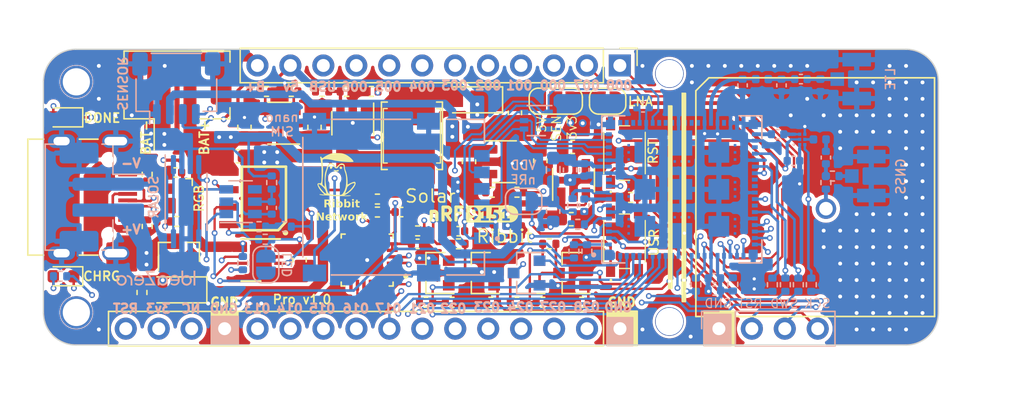
<source format=kicad_pcb>
(kicad_pcb (version 20241229) (generator "pcbnew") (generator_version "9.0")
  (title_block (title "nF9151") (date "2025-01-22") (rev "v1.0") (company "IdeaZero Designs"))
  (layers (0 "F.Cu" signal) (4 "In1.Cu" signal) (6 "In2.Cu" signal) (2 "B.Cu" signal) (13 "F.Paste" user) (15 "B.Paste" user) (5 "F.SilkS" user "F.Silkscreen") (7 "B.SilkS" user "B.Silkscreen") (1 "F.Mask" user) (3 "B.Mask" user) (25 "Edge.Cuts" user))
  (net 0 "")
  (net 1 "GND")
  (net 2 "BAT+")
  (net 3 "Net-(AE1-A)")
  (net 4 "VUSB")
  (net 5 "5V")
  (net 6 "Net-(U1-VOUT)")
  (net 7 "Net-(U3-VDD)")
  (net 8 "Net-(U9A-~{RESET})")
  (net 9 "Net-(U9A-GPS)")
  (net 10 "ANT")
  (net 11 "VDD_nRF")
  (net 12 "Net-(U9A-DEC0)")
  (net 13 "3v3")
  (net 14 "Net-(U9A-VDD)")
  (net 15 "VDD_LNA")
  (net 16 "Net-(C17-Pad1)")
  (net 17 "Net-(U7-VCC)")
  (net 18 "Net-(JP1-C)")
  (net 19 "Net-(C22-Pad1)")
  (net 20 "Net-(C22-Pad2)")
  (net 21 "Net-(C25-Pad1)")
  (net 22 "GPS_RF")
  (net 23 "Net-(D1-A)")
  (net 24 "COEX0")
  (net 25 "Net-(D3-K)")
  (net 26 "Net-(D3-A)")
  (net 27 "D+")
  (net 28 "D-")
  (net 29 "Net-(D4-K)")
  (net 31 "SOLAR+")
  (net 32 "BAT-")
  (net 33 "VSENSOR")
  (net 34 "SIM_DET")
  (net 35 "SIM_1v8")
  (net 36 "SIM_RST")
  (net 37 "SIM_CLK")
  (net 38 "SIM_IO")
  (net 39 "nRESET")
  (net 40 "SWDIO")
  (net 41 "SWDCLK")
  (net 42 "P0.27")
  (net 43 "P0.28")
  (net 44 "BAT_VOLT_SENSE")
  (net 45 "P0.14")
  (net 46 "P0.15")
  (net 47 "P0.16")
  (net 48 "P0.17")
  (net 49 "P0.19")
  (net 50 "P0.20")
  (net 51 "P0.01")
  (net 52 "P0.02")
  (net 53 "P0.03")
  (net 54 "P0.04")
  (net 55 "P0.05")
  (net 56 "P0.06")
  (net 57 "P0.07")
  (net 58 "P0.08")
  (net 59 "Net-(D6-DIN)")
  (net 60 "Net-(IC1-AI)")
  (net 63 "RXD")
  (net 64 "TXD")
  (net 65 "Net-(J1-CC2)")
  (net 66 "Net-(J1-CC1)")
  (net 68 "Net-(J7-Pad1)")
  (net 70 "Net-(JP2-B)")
  (net 71 "Net-(Q2-D)")
  (net 72 "5V_EN")
  (net 73 "Net-(Q3-D)")
  (net 74 "Net-(Q4-D)")
  (net 75 "Net-(Q5-D)")
  (net 76 "Net-(Q6-G)")
  (net 77 "Net-(U3-VBUS)")
  (net 78 "Net-(U3-~{RST})")
  (net 79 "Net-(U4-PROG)")
  (net 80 "Net-(U4-CE)")
  (net 81 "Net-(U5-FB)")
  (net 82 "Net-(U7-CS)")
  (net 83 "Net-(U10-SET)")
  (net 84 "Net-(U1-SET)")
  (net 85 "Net-(U2-OC)")
  (net 86 "Net-(U2-FB)")
  (net 87 "Net-(U9A-COEX2)")
  (net 88 "Net-(U9A-ENABLE)")
  (net 96 "OC")
  (net 97 "OD")
  (net 100 "P0.11")
  (net 102 "P0.00")
  (net 107 "Net-(U8-D12-Pad1)")
  (net 110 "P0.10")
  (net 113 "VIN")
  (net 114 "P0.23")
  (net 115 "P0.22")
  (net 116 "P0.21")
  (net 118 "P0.12")
  (net 122 "P0.09")
  (net 123 "P0.24")
  (net 124 "P0.13")
  (net 138 "P0.26")
  (footprint "Capacitor_SMD:C_0603_1608Metric" (layer "F.Cu") (at 140.9 81 90)
    (property "Reference" "C2" (hide yes))
    (property "Value" "10uF")
  )
  (footprint "Connector_PinHeader_2.54mm:PinHeader_1x12_P2.54mm_Vertical" (layer "F.Cu") (at 164.44 76.25 -90)
    (property "Reference" "J11" (hide yes))
    (property "Value" "GPIOXR")
  )
  (footprint "Jumper:SolderJumper-2_P1.3mm_Open_RoundedPad1.0x1.5mm" (layer "F.Cu") (at 163.5 79)
    (property "Reference" "JP5" (hide yes))
    (property "Value" "VDD_LNA")
  )
  (footprint "Resistor_SMD:R_0402_1005Metric" (layer "F.Cu") (at 127.6 93.75 -90)
    (property "Reference" "R14" (hide yes))
    (property "Value" "10K")
  )
  (footprint "Resistor_SMD:R_0402_1005Metric" (layer "F.Cu") (at 145.285 78.25)
    (property "Reference" "R22" (hide yes))
    (property "Value" "47K")
  )
  (footprint "Resistor_SMD:R_0402_1005Metric" (layer "F.Cu") (at 141.485 78.25 180)
    (property "Reference" "R23" (hide yes))
    (property "Value" "100K")
  )
  (footprint "Resistor_SMD:R_0402_1005Metric" (layer "F.Cu") (at 143.385 78.25 180)
    (property "Reference" "R24" (hide yes))
    (property "Value" "13K")
  )
  (footprint "Resistor_SMD:R_0402_1005Metric" (layer "F.Cu") (at 128 88.66 -90)
    (property "Reference" "R10" (hide yes))
    (property "Value" "5.1K")
  )
  (footprint "Resistor_SMD:R_0402_1005Metric" (layer "F.Cu") (at 128 84.64 90)
    (property "Reference" "R11" (hide yes))
    (property "Value" "5.1K")
  )
  (footprint "Package_TO_SOT_SMD:SOT-23-6" (layer "F.Cu") (at 143.85 80.7 -90)
    (property "Reference" "U2" (hide yes))
    (property "Value" "MT3608L")
  )
  (footprint "Connector_PinHeader_2.54mm:PinHeader_1x16_P2.54mm_Vertical" (layer "F.Cu") (at 164.45 96.54 -90)
    (property "Reference" "J10" (hide yes))
    (property "Value" "GPIOXL")
  )
  (footprint "Common:Inductor_GPSR0520_HCM1A4020V2_1R0" (layer "F.Cu") (at 148.41 81.67 90)
    (property "Reference" "L1" (hide yes))
    (property "Value" "10uH")
  )
  (footprint "Package_TO_SOT_SMD:SOT-23" (layer "F.Cu") (at 130.45 90.65 90)
    (property "Reference" "Q1" (hide yes))
    (property "Value" "Si2319CDS")
  )
  (footprint "Diode_SMD:D_SOD-123F" (layer "F.Cu") (at 153.2 78.9 180)
    (property "Reference" "D1" (hide yes))
    (property "Value" "SS34")
  )
  (footprint "Diode_SMD:D_SOD-123F" (layer "F.Cu") (at 130.4 93.55 180)
    (property "Reference" "D2" (hide yes))
    (property "Value" "SS34")
  )
  (footprint "Capacitor_SMD:C_0402_1005Metric" (layer "F.Cu") (at 151.995 89.025 180)
    (property "Reference" "C6" (hide yes))
    (property "Value" "0.1uF")
  )
  (footprint "Resistor_SMD:R_0402_1005Metric" (layer "F.Cu") (at 137.2 78.25 180)
    (property "Reference" "R29" (hide yes))
    (property "Value" "10K")
  )
  (footprint "Capacitor_SMD:C_0603_1608Metric" (layer "F.Cu") (at 135 83.25)
    (property "Reference" "C24" (hide yes))
    (property "Value" "10uF")
  )
  (footprint "Capacitor_SMD:C_0603_1608Metric" (layer "F.Cu") (at 139.75 91.25 -90)
    (property "Reference" "C19" (hide yes))
    (property "Value" "10uF")
  )
  (footprint "TestPoint:TestPoint_Pad_D1.0mm" (layer "F.Cu") (at 168.26 76.875)
    (property "Reference" "REF**" (hide yes))
    (property "Value" "D1.1mm")
  )
  (footprint "TestPoint:TestPoint_Pad_D1.0mm" (layer "F.Cu") (at 168.26 95.9885)
    (property "Reference" "REF**" (hide yes))
    (property "Value" "D1.1mm")
  )
  (footprint "TestPoint:TestPoint_Pad_D1.0mm" (layer "F.Cu") (at 122.54 95.29)
    (property "Reference" "REF**" (hide yes))
    (property "Value" "D1.1mm")
  )
  (footprint "TestPoint:TestPoint_Pad_D1.0mm" (layer "F.Cu") (at 122.54 77.51)
    (property "Reference" "REF**" (hide yes))
    (property "Value" "D1.1mm")
  )
  (footprint "LED_SMD:LED_0603_1608Metric" (layer "F.Cu") (at 121.55 80.25 180)
    (property "Reference" "D3" (hide yes))
    (property "Value" "DONE")
  )
  (footprint "Resistor_SMD:R_0402_1005Metric" (layer "F.Cu") (at 152 90)
    (property "Reference" "R4" (hide yes))
    (property "Value" "100K")
  )
  (footprint "Package_TO_SOT_SMD:SOT-23" (layer "F.Cu") (at 150.25 92.25 180)
    (property "Reference" "Q3" (hide yes))
    (property "Value" "Si2319CDS")
  )
  (footprint "Resistor_SMD:R_0402_1005Metric" (layer "F.Cu") (at 151.5 94.5)
    (property "Reference" "R6" (hide yes))
    (property "Value" "220K")
  )
  (footprint "Resistor_SMD:R_0402_1005Metric" (layer "F.Cu") (at 149.5 94.5)
    (property "Reference" "R5" (hide yes))
    (property "Value" "100K")
  )
  (footprint "Resistor_SMD:R_0402_1005Metric" (layer "F.Cu") (at 154.5 94.5 180)
    (property "Reference" "R1" (hide yes))
    (property "Value" "10K")
  )
  (footprint "Common:YG0005AA" (layer "F.Cu") (at 179.5 86.4 90)
    (property "Reference" "AE1" (hide yes))
    (property "Value" "Antenna")
  )
  (footprint "Capacitor_SMD:C_0402_1005Metric" (layer "F.Cu") (at 148.85 90)
    (property "Reference" "C5" (hide yes))
    (property "Value" "1uF")
  )
  (footprint "Resistor_SMD:R_0402_1005Metric" (layer "F.Cu") (at 148.85 89 180)
    (property "Reference" "R7" (hide yes))
    (property "Value" "100K")
  )
  (footprint "Resistor_SMD:R_0402_1005Metric" (layer "F.Cu") (at 161.5 94.5 180)
    (property "Reference" "R34" (hide yes))
    (property "Value" "10K")
  )
  (footprint "Resistor_SMD:R_0402_1005Metric" (layer "F.Cu") (at 159 90)
    (property "Reference" "R35" (hide yes))
    (property "Value" "100K")
  )
  (footprint "Resistor_SMD:R_0402_1005Metric" (layer "F.Cu") (at 156.5 94.5)
    (property "Reference" "R36" (hide yes))
    (property "Value" "100K")
  )
  (footprint "Resistor_SMD:R_0402_1005Metric" (layer "F.Cu") (at 158.5 94.5)
    (property "Reference" "R37" (hide yes))
    (property "Value" "47K")
  )
  (footprint "Resistor_SMD:R_0402_1005Metric" (layer "F.Cu") (at 165.275 86.425 180)
    (property "Reference" "R40" (hide yes))
    (property "Value" "10K")
  )
  (footprint "Common:CP2102N-A02-GQFN24R" (layer "F.Cu") (at 144.96 91.25 180)
    (property "Reference" "U3" (hide yes))
    (property "Value" "CP2102N-A02-GQFN24R")
  )
  (footprint "Package_TO_SOT_SMD:SOT-23-5" (layer "F.Cu") (at 138.2 80.7 180)
    (property "Reference" "U1" (hide yes))
    (property "Value" "MT9700")
  )
  (footprint "Common:SPST_PTS815XX" (layer "F.Cu") (at 164.8 83 90)
    (property "Reference" "SW2" (hide yes))
    (property "Value" "RESET" (hide yes))
  )
  (footprint "Package_TO_SOT_SMD:SOT-23" (layer "F.Cu") (at 153.75 92.25 180)
    (property "Reference" "Q2" (hide yes))
    (property "Value" "BSS138")
  )
  (footprint "Package_TO_SOT_SMD:SOT-23" (layer "F.Cu") (at 160.75 92.25 180)
    (property "Reference" "Q4" (hide yes))
    (property "Value" "BSS138")
  )
  (footprint "Common:USB_TYPE-C-31-M-12_ExtraPad" (layer "F.Cu") (at 121.4 86.4 -90)
    (property "Reference" "J1" (hide yes))
    (property "Value" "USB_C_Receptacle_USB2.0")
  )
  (footprint "Resistor_SMD:R_0402_1005Metric" (layer "F.Cu") (at 156.51 86.020001)
    (property "Reference" "R31" (hide yes))
    (property "Value" "10K")
  )
  (footprint "Package_TO_SOT_SMD:SOT-23-5" (layer "F.Cu") (at 155.56 83.67)
    (property "Reference" "U10" (hide yes))
    (property "Value" "MT9700")
  )
  (footprint "Resistor_SMD:R_0402_1005Metric" (layer "F.Cu") (at 154.599999 86.02 180)
    (property "Reference" "R20" (hide yes))
    (property "Value" "4.7K")
  )
  (footprint "Capacitor_SMD:C_0603_1608Metric" (layer "F.Cu") (at 152.810001 83.670001 -90)
    (property "Reference" "C21" (hide yes))
    (property "Value" "10uF")
  )
  (footprint "Capacitor_SMD:C_0603_1608Metric" (layer "F.Cu") (at 158.31 83.6 -90)
    (property "Reference" "C20" (hide yes))
    (property "Value" "10uF")
  )
  (footprint "Package_TO_SOT_SMD:SOT-23" (layer "F.Cu") (at 157.25 92.25 180)
    (property "Reference" "Q5" (hide yes))
    (property "Value" "Si2319CDS")
  )
  (footprint "Resistor_SMD:R_0402_1005Metric" (layer "F.Cu") (at 139.11 78.25)
    (property "Reference" "R21" (hide yes))
    (property "Value" "4.7K")
  )
  (footprint "LED_SMD:LED_0603_1608Metric" (layer "F.Cu") (at 121.55 92.5 180)
    (property "Reference" "D4" (hide yes))
    (property "Value" "CHRG")
  )
  (footprint "Package_DFN_QFN:DFN-8-1EP_3x3mm_P0.5mm_EP1.66x2.38mm" (layer "F.Cu") (at 136.75 91.25 180)
    (property "Reference" "U5" (hide yes))
    (property "Value" "CN3165")
  )
  (footprint "Common:SOP-8" (layer "F.Cu") (at 137 86.5 180)
    (property "Reference" "U4" (hide yes))
    (property "Value" "TP4056_CH" (hide yes))
  )
  (footprint "Connector_JST:JST_PH_B2B-PH-SM4-TB_1x02-1MP_P2.00mm_Vertical" (layer "F.Cu") (at 130.3 79.5)
    (property "Reference" "J3" (hide yes))
    (property "Value" "BAT")
  )
  (footprint "Resistor_SMD:R_0402_1005Metric" (layer "F.Cu") (at 145.75 86.55 180)
    (property "Reference" "R3" (hide yes))
    (property "Value" "33K")
  )
  (footprint "Resistor_SMD:R_0402_1005Metric" (layer "F.Cu") (at 145.75 87.55 180)
    (property "Reference" "R2" (hide yes))
    (property "Value" "22K")
  )
  (footprint "Capacitor_SMD:C_0402_1005Metric" (layer "F.Cu") (at 147.6 87.55)
    (property "Reference" "C3" (hide yes))
    (property "Value" "1uF")
  )
  (footprint "Capacitor_SMD:C_0603_1608Metric" (layer "F.Cu") (at 156.35 79.9 -90)
    (property "Reference" "C4" (hide yes))
    (property "Value" "10uF")
  )
  (footprint "Common:SPST_PTS815XX" (layer "F.Cu") (at 164.8 89.8 90)
    (property "Reference" "SW1" (hide yes))
    (property "Value" "USER" (hide yes))
  )
  (footprint "Package_TO_SOT_SMD:SOT-23-5" (layer "F.Cu") (at 160.87 85.089999 90)
    (property "Reference" "U6" (hide yes))
    (property "Value" "XC6220B331MR-G")
  )
  (footprint "Capacitor_SMD:C_0603_1608Metric" (layer "F.Cu") (at 160.695 88.1)
    (property "Reference" "C23" (hide yes))
    (property "Value" "10uF")
  )
  (footprint "Capacitor_SMD:C_0603_1608Metric" (layer "F.Cu") (at 160.8 82.525)
    (property "Reference" "C26" (hide yes))
    (property "Value" "10uF")
  )
  (footprint "Jumper:SolderJumper-3_P1.3mm_Open_RoundedPad1.0x1.5mm" (layer "F.Cu") (at 159.5 79)
    (property "Reference" "JP1" (hide yes))
    (property "Value" "5V3")
  )
  (footprint "Capacitor_SMD:C_0603_1608Metric" (layer "F.Cu") (at 135.5 81 90)
    (property "Reference" "C1" (hide yes))
    (property "Value" "10uF")
  )
  (footprint "Capacitor_SMD:C_0402_1005Metric" (layer "F.Cu") (at 130.175 84.5)
    (property "Reference" "C27" (hide yes))
    (property "Value" "0.1uF")
  )
  (footprint "Common:SK6812_2020" (layer "F.Cu") (at 130.25 86.4 90)
    (property "Reference" "D6" (hide yes))
    (property "Value" "SK6812_2020" (hide yes))
  )
  (footprint "Resistor_SMD:R_0402_1005Metric" (layer "F.Cu") (at 130.275 88.275)
    (property "Reference" "R41" (hide yes))
    (property "Value" "470R")
  )
  (footprint "Custom_logo:Ribbit" (layer "F.Cu") (at 142.575 84.65)
    (property "Reference" "G***" (hide yes))
    (property "Value" "LOGO" (hide yes))
  )
  (footprint "kibuzzard-67CE8F77" (layer "F.Cu") (at 154.6 87.7)
    (property "Reference" "kibuzzard-67CE8F77" (hide yes))
    (property "Value" "G***" (hide yes))
  )
  (footprint "Capacitor_SMD:C_0402_1005Metric" (layer "B.Cu") (at 171.725 93.6 180)
    (property "Reference" "C13" (hide yes))
    (property "Value" "4.7uF")
  )
  (footprint "Capacitor_SMD:C_0402_1005Metric" (layer "B.Cu") (at 177.82 83.6)
    (property "Reference" "C16" (hide yes))
    (property "Value" "0.1uF")
  )
  (footprint "Capacitor_SMD:C_0402_1005Metric" (layer "B.Cu") (at 180.325 83.35 90)
    (property "Reference" "C22" (hide yes))
    (property "Value" "1nF")
  )
  (footprint "Inductor_SMD:L_0402_1005Metric" (layer "B.Cu") (at 179.85 81.95)
    (property "Reference" "L3" (hide yes))
    (property "Value" "9.1nH")
  )
  (footprint "Resistor_SMD:R_0402_1005Metric" (layer "B.Cu") (at 179.2 93.15 -90)
    (property "Reference" "R12" (hide yes))
    (property "Value" "1M")
  )
  (footprint "Resistor_SMD:R_0402_1005Metric" (layer "B.Cu") (at 176.2 93.15 90)
    (property "Reference" "R25" (hide yes))
    (property "Value" "1M")
  )
  (footprint "Connector_PinHeader_2.54mm:PinHeader_1x04_P2.54mm_Vertical" (layer "B.Cu") (at 172.075 96.54 -90)
    (property "Reference" "J4" (hide yes))
    (property "Value" "SWD")
  )
  (footprint "Common:NSIM-2-C" (layer "B.Cu") (at 149.7 86.4 90)
    (property "Reference" "J5" (hide yes))
    (property "Value" "NSIM-2-C")
  )
  (footprint "Capacitor_SMD:C_0402_1005Metric" (layer "B.Cu") (at 176.6 81.55 180)
    (property "Reference" "C8" (hide yes))
    (property "Value" "39pF")
  )
  (footprint "Common:U.FL-R-SMT-1" (layer "B.Cu") (at 183.825 84.775 90)
    (property "Reference" "J7" (hide yes))
    (property "Value" "GNSS")
  )
  (footprint "Resistor_SMD:R_0402_1005Metric" (layer "B.Cu") (at 137.1 89.65 180)
    (property "Reference" "R17" (hide yes))
    (property "Value" "0R")
  )
  (footprint "Resistor_SMD:R_0402_1005Metric" (layer "B.Cu") (at 180.825 84.775 180)
    (property "Reference" "R28" (hide yes))
    (property "Value" "0R")
  )
  (footprint "Resistor_SMD:R_0402_1005Metric" (layer "B.Cu") (at 180.325 85.275 90)
    (property "Reference" "R27" (hide yes))
    (property "Value" "0R")
  )
  (footprint "Common:U.FL-R-SMT-1" (layer "B.Cu") (at 182.7 77.3 90)
    (property "Reference" "J8" (hide yes))
    (property "Value" "LTE")
  )
  (footprint "Capacitor_SMD:C_0402_1005Metric" (layer "B.Cu") (at 178.4 77.3 180)
    (property "Reference" "C25" (hide yes))
    (property "Value" "3.5pF")
  )
  (footprint "Inductor_SMD:L_0402_1005Metric" (layer "B.Cu") (at 175.4 77.3)
    (property "Reference" "L2" (hide yes))
    (property "Value" "1.5nH")
  )
  (footprint "Capacitor_SMD:C_0402_1005Metric" (layer "B.Cu") (at 176.9 77.78 -90)
    (property "Reference" "C17" (hide yes))
    (property "Value" "NC")
  )
  (footprint "Capacitor_SMD:C_0402_1005Metric" (layer "B.Cu") (at 173.9 77.78 -90)
    (property "Reference" "C15" (hide yes))
    (property "Value" "NC")
  )
  (footprint "Inductor_SMD:L_0402_1005Metric" (layer "B.Cu") (at 179.9 77.785 90)
    (property "Reference" "L4" (hide yes))
    (property "Value" "22nH")
  )
  (footprint "Jumper:SolderJumper-2_P1.3mm_Open_RoundedPad1.0x1.5mm" (layer "B.Cu") (at 137.15 91.6 -90)
    (property "Reference" "JP2" (hide yes))
    (property "Value" "LED_PWR")
  )
  (footprint "Resistor_SMD:R_0402_1005Metric" (layer "B.Cu") (at 178.2 93.15 -90)
    (property "Reference" "R8" (hide yes))
    (property "Value" "0R")
  )
  (footprint "Resistor_SMD:R_0402_1005Metric" (layer "B.Cu") (at 177.2 93.15 -90)
    (property "Reference" "R9" (hide yes))
    (property "Value" "0R")
  )
  (footprint "Resistor_SMD:R_0402_1005Metric" (layer "B.Cu") (at 136.625 88.675)
    (property "Reference" "R19" (hide yes))
    (property "Value" "1K")
  )
  (footprint "Package_TO_SOT_SMD:SOT-23-6" (layer "B.Cu") (at 135.2 86.75)
    (property "Reference" "U7" (hide yes))
    (property "Value" "DW01_Batt_Protection")
  )
  (footprint "Capacitor_SMD:C_0402_1005Metric" (layer "B.Cu") (at 137.6 87.23 -90)
    (property "Reference" "C18" (hide yes))
    (property "Value" "0.1uF")
  )
  (footprint "Resistor_SMD:R_0402_1005Metric" (layer "B.Cu") (at 121.285 92.5 180)
    (property "Reference" "R15" (hide yes))
    (property "Value" "1K")
  )
  (footprint "Package_SO:TSSOP-8_4.4x3mm_P0.65mm" (layer "B.Cu") (at 131 86.75 -90)
    (property "Reference" "U8" (hide yes))
    (property "Value" "FS8205A_Bat_Protection")
  )
  (footprint "Package_TO_SOT_SMD:SOT-23" (layer "B.Cu") (at 157.25 92.25 180)
    (property "Reference" "Q6" (hide yes))
    (property "Value" "BSS138")
  )
  (footprint "Resistor_SMD:R_0402_1005Metric" (layer "B.Cu") (at 160.9 90.575 90)
    (property "Reference" "R38" (hide yes))
    (property "Value" "1M")
  )
  (footprint "Resistor_SMD:R_0402_1005Metric" (layer "B.Cu") (at 161.9 90.575 -90)
    (property "Reference" "R39" (hide yes))
    (property "Value" "1M")
  )
  (footprint "Capacitor_SMD:C_0603_1608Metric" (layer "B.Cu") (at 160.6 84.3 -90)
    (property "Reference" "C11" (hide yes))
    (property "Value" "10uF")
  )
  (footprint "Capacitor_SMD:C_0603_1608Metric" (layer "B.Cu") (at 159.3 87.5 -90)
    (property "Reference" "C12" (hide yes))
    (property "Value" "10uF")
  )
  (footprint "Resistor_SMD:R_0402_1005Metric" (layer "B.Cu") (at 170.3 93.15 -90)
    (property "Reference" "R32" (hide yes))
    (property "Value" "4.7K")
  )
  (footprint "Resistor_SMD:R_0402_1005Metric" (layer "B.Cu") (at 173.15 93.125 -90)
    (property "Reference" "R33" (hide yes))
    (property "Value" "4.7K")
  )
  (footprint "Resistor_SMD:R_0603_1608Metric_Pad0.98x0.95mm_HandSolder" (layer "B.Cu") (at 159.3 84.3 90)
    (property "Reference" "FB1" (hide yes))
    (property "Value" "120R/0.7A")
  )
  (footprint "Common:NRF9151-LACA-R7" (layer "B.Cu") (at 169.22 85.8)
    (property "Reference" "U9" (hide yes))
    (property "Value" "NRF9151-LACA-R7")
  )
  (footprint "Resistor_SMD:R_0402_1005Metric" (layer "B.Cu") (at 161.2 88.5)
    (property "Reference" "R13" (hide yes))
    (property "Value" "10K")
  )
  (footprint "Resistor_SMD:R_0402_1005Metric" (layer "B.Cu") (at 160.8 87.025 -90)
    (property "Reference" "R26" (hide yes))
    (property "Value" "10K")
  )
  (footprint "Capacitor_SMD:C_0402_1005Metric" (layer "B.Cu") (at 171.725 92.65 180)
    (property "Reference" "C14" (hide yes))
    (property "Value" "0.1uF")
  )
  (footprint "Capacitor_SMD:C_0402_1005Metric" (layer "B.Cu") (at 161.7 84.3 -90)
    (property "Reference" "C10" (hide yes))
    (property "Value" "0.1uF")
  )
  (footprint "Capacitor_SMD:C_0402_1005Metric" (layer "B.Cu") (at 166.225 79.475)
    (property "Reference" "C9" (hide yes))
    (property "Value" "4.7uF")
  )
  (footprint "Capacitor_SMD:C_0402_1005Metric" (layer "B.Cu") (at 161.7 87.025 90)
    (property "Reference" "C7" (hide yes))
    (property "Value" "0.1uF")
  )
  (footprint "Resistor_SMD:R_0402_1005Metric" (layer "B.Cu") (at 138.6 88.675 180)
    (property "Reference" "R16" (hide yes))
    (property "Value" "1K")
  )
  (footprint "Resistor_SMD:R_0402_1005Metric" (layer "B.Cu") (at 135.375 91.49 90)
    (property "Reference" "R18" (hide yes))
    (property "Value" "0R")
  )
  (footprint "Jumper:SolderJumper-2_P1.3mm_Open_RoundedPad1.0x1.5mm" (layer "B.Cu") (at 157.025 86.725 180)
    (property "Reference" "JP6" (hide yes))
    (property "Value" "VDD_nRF")
  )
  (footprint "Common:BGA524N6E6327XTSA1" (layer "B.Cu") (at 178.325 81.95)
    (property "Reference" "IC1" (hide yes))
    (property "Value" "BGA524N6E6327XTSA1" (hide yes))
  )
  (footprint "Package_TO_SOT_SMD:SOT-363_SC-70-6" (layer "B.Cu") (at 158 80.5 180)
    (property "Reference" "D5" (hide yes))
    (property "Value" "SP0505BAJT")
  )
  (footprint "Common:JST_PH_B2B-PH-SM4-TB_1x02-1MP_P2.00mm_Vertical" (layer "B.Cu") (at 124.5 86.4 -90)
    (property "Reference" "J2" (hide yes))
    (property "Value" "SOLAR")
  )
  (footprint "Common:JST_SH_SM04B-SRSS-TB_1x04-1MP_P1.00mm_Horizontal" (layer "B.Cu") (at 130.25 78)
    (property "Reference" "J6" (hide yes))
    (property "Value" "QWIIC/STEMMA")
  )
  (footprint "Resistor_SMD:R_0402_1005Metric" (layer "B.Cu") (at 137.6 85.275 -90)
    (property "Reference" "R42" (hide yes))
    (property "Value" "100R")
  )
  (footprint "Custom_logo:IZ_logo_Small_2" (layer "B.Cu") (at 128.6 92.7 180)
    (property "Reference" "'" (hide yes))
    (property "Value" "'" (hide yes))
  )
  (gr_rect (start 169.25 78.4) (end 169.5 94.45) (stroke (width 0.12)) (fill yes) (layer "F.SilkS"))
  (gr_rect (start 163.455 95.19) (end 165.78 97.84) (stroke (width 0.12)) (fill yes) (layer "F.SilkS"))
  (gr_rect (start 132.95 95.225) (end 135 97.825) (stroke (width 0.12)) (fill yes) (layer "F.SilkS"))
  (gr_rect (start 168.2 79.375) (end 168.45 93.425) (stroke (width 0.12)) (fill yes) (layer "F.SilkS"))
  (gr_rect (start 170.925 95.19) (end 173.25 97.84) (stroke (width 0.12)) (fill yes) (layer "F.SilkS"))
  (gr_rect (start 132.95 95.6) (end 135.025 97.75) (stroke (width 0.12)) (fill yes) (layer "B.SilkS"))
  (gr_rect (start 163.455 95.69) (end 165.43 97.84) (stroke (width 0.12)) (fill yes) (layer "B.SilkS"))
  (gr_rect (start 170.925 95.44) (end 173 97.84) (stroke (width 0.12)) (fill yes) (layer "B.SilkS"))
  (gr_line (start 122.5 75) (end 186.5 75) (stroke (width 0.1)) (layer "Edge.Cuts"))
  (gr_line (start 122.5 97.8) (end 186.5 97.8) (stroke (width 0.1)) (layer "Edge.Cuts"))
  (gr_line (start 120 77.5) (end 120 95.3) (stroke (width 0.1)) (layer "Edge.Cuts"))
  (gr_line (start 189 77.5) (end 189 95.3) (stroke (width 0.1)) (layer "Edge.Cuts"))
  (gr_arc (start 186.5 75) (mid 188.267767 75.732233) (end 189 77.5) (stroke (width 0.1)) (layer "Edge.Cuts"))
  (gr_arc (start 189 95.3) (mid 188.267767 97.067767) (end 186.5 97.8) (stroke (width 0.1)) (layer "Edge.Cuts"))
  (gr_arc (start 122.5 97.8) (mid 120.732233 97.067767) (end 120 95.3) (stroke (width 0.1)) (layer "Edge.Cuts"))
  (gr_arc (start 120 77.5) (mid 120.732233 75.732233) (end 122.5 75) (stroke (width 0.1)) (layer "Edge.Cuts"))
  (gr_text "USR" (at 167.075 89.9 90) (layer "F.SilkS") (effects (font (size 0.7 0.7) (thickness 0.12))))
  (gr_text "DONE" (at 124.525 80.3 0) (layer "F.SilkS") (effects (font (size 0.7 0.7) (thickness 0.14) (bold yes))))
  (gr_text "LNA" (at 166.025 79.025 0) (layer "F.SilkS") (effects (font (size 0.7 0.7) (thickness 0.12))))
  (gr_text "5V" (at 158.4 80.8 90) (layer "F.SilkS") (effects (font (size 0.7 0.7) (thickness 0.0875))))
  (gr_text "SEN" (at 159.55 81.1 90) (layer "F.SilkS") (effects (font (size 0.7 0.7) (thickness 0.0875))))
  (gr_text "RGB" (at 132 86.5 90) (layer "F.SilkS") (effects (font (size 0.7 0.7) (thickness 0.12))))
  (gr_text "CHRG" (at 124.5 92.5 0) (layer "F.SilkS") (effects (font (size 0.7 0.7) (thickness 0.14) (bold yes))))
  (gr_text "nRF" (at 149.5 88.3 0) (layer "F.SilkS") (effects (font (size 1 1) (thickness 0.25) (bold yes)) (justify left bottom)))
  (gr_text "Solar" (at 147.8 86.9 0) (layer "F.SilkS") (effects (font (size 1 1) (thickness 0.125)) (justify left bottom)))
  (gr_text "GND" (at 163.4 94.925 -0) (layer "F.SilkS") (effects (font (size 0.7 0.7) (thickness 0.175) (bold yes)) (justify left bottom)))
  (gr_text "BAT+" (at 132.4 81.8 90) (layer "F.SilkS") (effects (font (size 0.7 0.7) (thickness 0.14) (bold yes))))
  (gr_text "BAT-" (at 127.9 81.8 90) (layer "F.SilkS") (effects (font (size 0.7 0.7) (thickness 0.14) (bold yes))))
  (gr_text "  Ribbit \nNetwork" (at 141 88.3 0) (layer "F.SilkS") (effects (font (size 0.6 0.6) (thickness 0.12) (bold yes)) (justify left bottom)))
  (gr_text "Ribbit" (at 153.3 90 0) (layer "F.SilkS") (effects (font (size 1 1) (thickness 0.125)) (justify left bottom)))
  (gr_text "GND" (at 132.775 94.925 -0) (layer "F.SilkS") (effects (font (size 0.7 0.7) (thickness 0.175) (bold yes)) (justify left bottom)))
  (gr_text "3v3" (at 160.75 81.05 90) (layer "F.SilkS") (effects (font (size 0.7 0.7) (thickness 0.0875))))
  (gr_text "RST" (at 167 82.9 90) (layer "F.SilkS") (effects (font (size 0.7 0.7) (thickness 0.12))))
  (gr_text "Pro v1.0" (at 137.6 94.7 0) (layer "F.SilkS") (effects (font (size 0.7 0.7) (thickness 0.13) (bold yes)) (justify left bottom)))
  (gr_text "LTE" (at 185.3 77.3 90) (layer "B.SilkS") (effects (font (size 0.7 0.7) (thickness 0.12)) (justify mirror)))
  (gr_text "GNSS" (at 186.1 84.8 90) (layer "B.SilkS") (effects (font (size 0.7 0.7) (thickness 0.12)) (justify mirror)))
  (gr_text "SENSOR" (at 126.075 77.65 270) (layer "B.SilkS") (effects (font (size 0.7 0.7) (thickness 0.14) (bold yes)) (justify mirror)))
  (gr_text "SOLAR" (at 128.5 86.4 90) (layer "B.SilkS") (effects (font (size 0.7 0.7) (thickness 0.14) (bold yes)) (justify mirror)))
  (gr_text "nano\nSIM" (at 138.4 80.8 0) (layer "B.SilkS") (effects (font (size 0.7 0.7) (thickness 0.12)) (justify mirror)))
  (gr_text "VDD\nnRF" (at 157 84.5 0) (layer "B.SilkS") (effects (font (size 0.7 0.7) (thickness 0.12)) (justify mirror)))
  (gr_text "LED" (at 138.8 91.625 90) (layer "B.SilkS") (effects (font (size 0.7 0.7) (thickness 0.12)) (justify mirror)))
  (gr_text "SWD" (at 178.25 95 0) (layer "B.SilkS") (effects (font (size 0.7 0.7) (thickness 0.0875)) (justify left bottom mirror)))
  (gr_text "017" (at 147.7 95.4 0) (layer "B.SilkS") (effects (font (size 0.7 0.7) (thickness 0.175) (bold yes)) (justify left bottom mirror)))
  (gr_text "000" (at 160.4 78.2 0) (layer "B.SilkS") (effects (font (size 0.7 0.7) (thickness 0.175) (bold yes)) (justify left bottom mirror)))
  (gr_text "RST" (at 127.4 95.4 0) (layer "B.SilkS") (effects (font (size 0.7 0.7) (thickness 0.175) (bold yes)) (justify left bottom mirror)))
  (gr_text "NC" (at 132.2 95.4 0) (layer "B.SilkS") (effects (font (size 0.7 0.7) (thickness 0.175) (bold yes)) (justify left bottom mirror)))
  (gr_text "003" (at 152.8 78.2 0) (layer "B.SilkS") (effects (font (size 0.7 0.7) (thickness 0.175) (bold yes)) (justify left bottom mirror)))
  (gr_text "015" (at 142.6 95.4 0) (layer "B.SilkS") (effects (font (size 0.7 0.7) (thickness 0.175) (bold yes)) (justify left bottom mirror)))
  (gr_text "005" (at 147.7 78.3 0) (layer "B.SilkS") (effects (font (size 0.7 0.7) (thickness 0.175) (bold yes)) (justify left bottom mirror)))
  (gr_text "027" (at 160.4 95.3 0) (layer "B.SilkS") (effects (font (size 0.7 0.7) (thickness 0.175) (bold yes)) (justify left bottom mirror)))
  (gr_text "5v" (at 139.8 78.3 0) (layer "B.SilkS") (effects (font (size 0.7 0.7) (thickness 0.175) (bold yes)) (justify left bottom mirror)))
  (gr_text "SCK" (at 180.75 95 0) (layer "B.SilkS") (effects (font (size 0.7 0.7) (thickness 0.0875)) (justify left bottom mirror)))
  (gr_text "V-" (at 127.6 84.2 0) (layer "B.SilkS") (effects (font (size 0.7 0.7) (thickness 0.175) (bold yes)) (justify left bottom mirror)))
  (gr_text "007" (at 163 78.2 0) (layer "B.SilkS") (effects (font (size 0.7 0.7) (thickness 0.175) (bold yes)) (justify left bottom mirror)))
  (gr_text "004" (at 150.3 78.3 0) (layer "B.SilkS") (effects (font (size 0.7 0.7) (thickness 0.175) (bold yes)) (justify left bottom mirror)))
  (gr_text "006" (at 145.1 78.3 0) (layer "B.SilkS") (effects (font (size 0.7 0.7) (thickness 0.175) (bold yes)) (justify left bottom mirror)))
  (gr_text "008" (at 165.5 78.2 0) (layer "B.SilkS") (effects (font (size 0.7 0.7) (thickness 0.175) (bold yes)) (justify left bottom mirror)))
  (gr_text "021" (at 150.3 95.4 0) (layer "B.SilkS") (effects (font (size 0.7 0.7) (thickness 0.175) (bold yes)) (justify left bottom mirror)))
  (gr_text "022" (at 152.7 95.4 0) (layer "B.SilkS") (effects (font (size 0.7 0.7) (thickness 0.175) (bold yes)) (justify left bottom mirror)))
  (gr_text "028" (at 163 95.3 0) (layer "B.SilkS") (effects (font (size 0.7 0.7) (thickness 0.175) (bold yes)) (justify left bottom mirror)))
  (gr_text "023" (at 155.3 95.3 0) (layer "B.SilkS") (effects (font (size 0.7 0.7) (thickness 0.175) (bold yes)) (justify left bottom mirror)))
  (gr_text "014" (at 140.1 95.4 0) (layer "B.SilkS") (effects (font (size 0.7 0.7) (thickness 0.175) (bold yes)) (justify left bottom mirror)))
  (gr_text "GND" (at 165.5 95.3 0) (layer "B.SilkS") (effects (font (size 0.7 0.7) (thickness 0.175) (bold yes)) (justify left bottom mirror)))
  (gr_text "USB" (at 142.7 78.3 0) (layer "B.SilkS") (effects (font (size 0.7 0.7) (thickness 0.175) (bold yes)) (justify left bottom mirror)))
  (gr_text "024" (at 157.9 95.3 0) (layer "B.SilkS") (effects (font (size 0.7 0.7) (thickness 0.175) (bold yes)) (justify left bottom mirror)))
  (gr_text "013" (at 137.6 95.4 0) (layer "B.SilkS") (effects (font (size 0.7 0.7) (thickness 0.175) (bold yes)) (justify left bottom mirror)))
  (gr_text "GND" (at 135.1 95.4 0) (layer "B.SilkS") (effects (font (size 0.7 0.7) (thickness 0.175) (bold yes)) (justify left bottom mirror)))
  (gr_text "001" (at 157.8 78.2 0) (layer "B.SilkS") (effects (font (size 0.7 0.7) (thickness 0.175) (bold yes)) (justify left bottom mirror)))
  (gr_text "GND" (at 173.15 95 0) (layer "B.SilkS") (effects (font (size 0.7 0.7) (thickness 0.0875)) (justify left bottom mirror)))
  (gr_text "B+" (at 137.2 78.3 0) (layer "B.SilkS") (effects (font (size 0.7 0.7) (thickness 0.175) (bold yes)) (justify left bottom mirror)))
  (gr_text "3v3" (at 129.9 95.4 0) (layer "B.SilkS") (effects (font (size 0.7 0.7) (thickness 0.175) (bold yes)) (justify left bottom mirror)))
  (gr_text "002" (at 155.4 78.2 0) (layer "B.SilkS") (effects (font (size 0.7 0.7) (thickness 0.175) (bold yes)) (justify left bottom mirror)))
  (gr_text "V+" (at 127.6 89.3 0) (layer "B.SilkS") (effects (font (size 0.7 0.7) (thickness 0.175) (bold yes)) (justify left bottom mirror)))
  (gr_text "RST" (at 175.5 95 0) (layer "B.SilkS") (effects (font (size 0.7 0.7) (thickness 0.0875)) (justify left bottom mirror)))
  (gr_text "016" (at 145.2 95.4 0) (layer "B.SilkS") (effects (font (size 0.7 0.7) (thickness 0.175) (bold yes)) (justify left bottom mirror)))
  (segment (start 126.495 83.15) (end 127.6 83.15) (width 0.5) (layer "F.Cu") (net 1))
  (segment (start 138.6 78.25) (end 137.71 78.25) (width 0.2) (layer "F.Cu") (net 1))
  (segment (start 146.465001 86.344999) (end 147.794999 86.344999) (width 0.2) (layer "F.Cu") (net 1))
  (segment (start 126.05 82.55) (end 125.58 82.08) (width 0.5) (layer "F.Cu") (net 1))
  (segment (start 149.7 91.1) (end 149 91.1) (width 0.2) (layer "F.Cu") (net 1))
  (segment (start 128.08 89.17) (end 128.85 88.4) (width 0.35) (layer "F.Cu") (net 1))
  (segment (start 147.794999 86.344999) (end 148.08 86.63) (width 0.2) (layer "F.Cu") (net 1))
  (segment (start 126.495 89.65) (end 126.1 89.65) (width 0.5) (layer "F.Cu") (net 1))
  (segment (start 165.875 85.25) (end 165.875 85.315) (width 0.2) (layer "F.Cu") (net 1))
  (segment (start 152.754999 84.445001) (end 151.95 85.25) (width 0.2) (layer "F.Cu") (net 1))
  (segment (start 139.725 92) (end 139.75 92.025) (width 0.25) (layer "F.Cu") (net 1))
  (segment (start 152.810001 84.445001) (end 152.754999 84.445001) (width 0.2) (layer "F.Cu") (net 1))
  (segment (start 128.85 87.85) (end 129.65 87.05) (width 0.35) (layer "F.Cu") (net 1))
  (segment (start 126.495 83.15) (end 126.05 83.15) (width 0.5) (layer "F.Cu") (net 1))
  (segment (start 159.01 93.89) (end 159.675 93.225) (width 0.25) (layer "F.Cu") (net 1))
  (segment (start 138.15 92) (end 139.725 92) (width 0.25) (layer "F.Cu") (net 1))
  (segment (start 155.999999 86.02) (end 156 86.020001) (width 0.2) (layer "F.Cu") (net 1))
  (segment (start 154.75 91.3) (end 154.75 92.15) (width 0.2) (layer "F.Cu") (net 1))
  (segment (start 128 89.17) (end 128.08 89.17) (width 0.35) (layer "F.Cu") (net 1))
  (segment (start 156.35 80.675) (end 156.325 80.675) (width 0.3) (layer "F.Cu") (net 1))
  (segment (start 127.6 83.15) (end 127.9 83.45) (width 0.5) (layer "F.Cu") (net 1))
  (segment (start 127.52 89.65) (end 128 89.17) (width 0.35) (layer "F.Cu") (net 1))
  (segment (start 148.08 86.63) (end 148.08 87.55) (width 0.2) (layer "F.Cu") (net 1))
  (segment (start 138.15 91) (end 137 91) (width 0.25) (layer "F.Cu") (net 1))
  (segment (start 145.71 92) (end 144.96 91.25) (width 0.25) (layer "F.Cu") (net 1))
  (segment (start 159.01 94.5) (end 159.01 93.89) (width 0.25) (layer "F.Cu") (net 1))
  (segment (start 138.6 78.25) (end 138.6 77.6) (width 0.25) (layer "F.Cu") (net 1))
  (segment (start 143.85 79.6) (end 143.85 80.675) (width 0.3) (layer "F.Cu") (net 1))
  (segment (start 143.895 79.555) (end 143.85 79.6) (width 0.3) (layer "F.Cu") (net 1))
  (segment (start 137.673 85.827) (end 137 86.5) (width 0.5) (layer "F.Cu") (net 1))
  (segment (start 146.26 86.55) (end 146.465001 86.344999) (width 0.2) (layer "F.Cu") (net 1))
  (segment (start 155.109999 86.02) (end 155.999999 86.02) (width 0.2) (layer "F.Cu") (net 1))
  (segment (start 128.85 88.4) (end 128.85 87.85) (width 0.35) (layer "F.Cu") (net 1))
  (segment (start 161.47 87.73) (end 161.475 87.73) (width 0.25) (layer "F.Cu") (net 1))
  (segment (start 143.895 78.25) (end 143.895 79.555) (width 0.3) (layer "F.Cu") (net 1))
  (segment (start 135.5 80.225) (end 135.5 80.260011) (width 0.2) (layer "F.Cu") (net 1))
  (segment (start 138.15 92) (end 137.5 92) (width 0.25) (layer "F.Cu") (net 1))
  (segment (start 137 91) (end 136.75 91.25) (width 0.25) (layer "F.Cu") (net 1))
  (segment (start 146.895 92) (end 145.71 92) (width 0.25) (layer "F.Cu") (net 1))
  (segment (start 137.5 92) (end 136.75 91.25) (width 0.25) (layer "F.Cu") (net 1))
  (segment (start 126.1 89.65) (end 126.05 89.7) (width 0.5) (layer "F.Cu") (net 1))
  (segment (start 165.875 85.315) (end 164.765 86.425) (width 0.2) (layer "F.Cu") (net 1))
  (segment (start 126.05 83.15) (end 126.05 82.55) (width 0.5) (layer "F.Cu") (net 1))
  (segment (start 161.475 87.73) (end 161.7 87.505) (width 0.25) (layer "F.Cu") (net 1))
  (segment (start 126.495 83.15) (end 126.3 83.15) (width 0.5) (layer "F.Cu") (net 1))
  (segment (start 139.7 85.827) (end 137.673 85.827) (width 0.5) (layer "F.Cu") (net 1))
  (segment (start 144.775 78.25) (end 143.895 78.25) (width 0.3) (layer "F.Cu") (net 1))
  (segment (start 155.109999 86.02) (end 155.109999 88.040001) (width 0.2) (layer "F.Cu") (net 1))
  (segment (start 126.495 89.65) (end 127.52 89.65) (width 0.35) (layer "F.Cu") (net 1))
  (segment (start 126.05 89.7) (end 126.05 90.25) (width 0.5) (layer "F.Cu") (net 1))
  (segment (start 155.109999 88.040001) (end 154.85 88.3) (width 0.2) (layer "F.Cu") (net 1))
  (via (at 138.025 83.725) (size 0.6) (drill 0.3) (layers "F.Cu" "B.Cu") (net 1))
  (via (at 137.025 82.925) (size 0.6) (drill 0.3) (layers "F.Cu" "B.Cu") (net 1))
  (via (at 138.025 82.925) (size 0.6) (drill 0.3) (layers "F.Cu" "B.Cu") (net 1))
  (via (at 137.025 83.725) (size 0.6) (drill 0.3) (layers "F.Cu" "B.Cu") (net 1))
  (via (at 162.8 80.8) (size 0.6) (drill 0.3) (layers "F.Cu" "B.Cu") (net 1))
  (via (at 154.75 92.175) (size 0.6) (drill 0.3) (layers "F.Cu" "B.Cu") (net 1))
  (via (at 153.8 92.175) (size 0.6) (drill 0.3) (layers "F.Cu" "B.Cu") (net 1))
  (via (at 132.7 94.6) (size 0.6) (drill 0.3) (layers "F.Cu" "B.Cu") (net 1))
  (via (at 133.8 94.6) (size 0.6) (drill 0.3) (layers "F.Cu" "B.Cu") (net 1))
  (via (at 152.725 80.975) (size 0.6) (drill 0.3) (layers "F.Cu" "B.Cu") (net 1))
  (via (at 186.503675 90.25175) (size 0.6) (drill 0.3) (layers "F.Cu" "B.Cu") (net 1))
  (via (at 182.693675 92.79175) (size 0.6) (drill 0.3) (layers "F.Cu" "B.Cu") (net 1))
  (via (at 181.423675 88.98175) (size 0.6) (drill 0.3) (layers "F.Cu" "B.Cu") (net 1))
  (via (at 182.693675 87.71175) (size 0.6) (drill 0.3) (layers "F.Cu" "B.Cu") (net 1))
  (via (at 186.503675 85.17175) (size 0.6) (drill 0.3) (layers "F.Cu" "B.Cu") (net 1))
  (via (at 185.233675 95.33175) (size 0.6) (drill 0.3) (layers "F.Cu" "B.Cu") (net 1))
  (via (at 182.693675 81.36175) (size 0.6) (drill 0.3) (layers "F.Cu" "B.Cu") (net 1))
  (via (at 178.883675 76.28175) (size 0.6) (drill 0.3) (layers "F.Cu" "B.Cu") (net 1))
  (via (at 185.233675 78.82175) (size 0.6) (drill 0.3) (layers "F.Cu" "B.Cu") (net 1))
  (via (at 187.773675 81.36175) (size 0.6) (drill 0.3) (layers "F.Cu" "B.Cu") (net 1))
  (via (at 125.543675 80.09175) (size 0.6) (drill 0.3) (layers "F.Cu" "B.Cu") (net 1))
  (via (at 136.8 94.6) (size 0.6) (drill 0.3) (layers "F.Cu" "B.Cu") (net 1))
  (via (at 160.6 85.075) (size 0.45) (drill 0.25) (layers "F.Cu" "B.Cu") (net 1))
  (via (at 182.693675 77.55175) (size 0.6) (drill 0.3) (layers "F.Cu" "B.Cu") (net 1))
  (via (at 171.975 81.525) (size 0.45) (drill 0.25) (layers "F.Cu" "B.Cu") (net 1))
  (via (at 186.503675 78.82175) (size 0.6) (drill 0.3) (layers "F.Cu" "B.Cu") (net 1))
  (via (at 186.503675 95.33175) (size 0.6) (drill 0.3) (layers "F.Cu" "B.Cu") (net 1))
  (via (at 183.963675 87.71175) (size 0.6) (drill 0.3) (layers "F.Cu" "B.Cu") (net 1))
  (via (at 186.503675 87.71175) (size 0.6) (drill 0.3) (layers "F.Cu" "B.Cu") (net 1))
  (via (at 181.423675 80.09175) (size 0.6) (drill 0.3) (layers "F.Cu" "B.Cu") (net 1))
  (via (at 181.423675 81.36175) (size 0.6) (drill 0.3) (layers "F.Cu" "B.Cu") (net 1))
  (via (at 180.153675 88.98175) (size 0.6) (drill 0.3) (layers "F.Cu" "B.Cu") (net 1))
  (via (at 149.7 91.1) (size 0.45) (drill 0.25) (layers "F.Cu" "B.Cu") (net 1))
  (via (at 187.773675 91.52175) (size 0.6) (drill 0.3) (layers "F.Cu" "B.Cu") (net 1))
  (via (at 183.963675 77.55175) (size 0.6) (drill 0.3) (layers "F.Cu" "B.Cu") (net 1))
  (via (at 156.85 83.8) (size 0.45) (drill 0.25) (layers "F.Cu" "B.Cu") (net 1))
  (via (at 178.7 80.95) (size 0.45) (drill 0.25) (layers "F.Cu" "B.Cu") (net 1))
  (via (at 187.773675 95.33175) (size 0.6) (drill 0.3) (layers "F.Cu" "B.Cu") (net 1))
  (via (at 178.3 85.375) (size 0.45) (drill 0.25) (layers "F.Cu" "B.Cu") (net 1))
  (via (at 186.503675 94.06175) (size 0.6) (drill 0.3) (layers "F.Cu" "B.Cu") (net 1))
  (via (at 124.273675 96.60175) (size 0.6) (drill 0.3) (layers "F.Cu" "B.Cu") (net 1))
  (via (at 144.96 91.25) (size 0.6) (drill 0.3) (layers "F.Cu" "B.Cu") (net 1))
  (via (at 185.233675 80.09175) (size 0.6) (drill 0.3) (layers "F.Cu" "B.Cu") (net 1))
  (via (at 187.773675 85.17175) (size 0.6) (drill 0.3) (layers "F.Cu" "B.Cu") (net 1))
  (via (at 164.75 87.55) (size 0.45) (drill 0.25) (layers "F.Cu" "B.Cu") (net 1))
  (via (at 175.073675 76.28175) (size 0.6) (drill 0.3) (layers "F.Cu" "B.Cu") (net 1))
  (via (at 177.613675 76.28175) (size 0.6) (drill 0.3) (layers "F.Cu" "B.Cu") (net 1))
  (via (at 185.233675 92.79175) (size 0.6) (drill 0.3) (layers "F.Cu" "B.Cu") (net 1))
  (via (at 161.850411 91.035411) (size 0.45) (drill 0.25) (layers "F.Cu" "B.Cu") (net 1))
  (via (at 187.773675 90.25175) (size 0.6) (drill 0.3) (layers "F.Cu" "B.Cu") (net 1))
  (via (at 180.153675 80.09175) (size 0.6) (drill 0.3) (layers "F.Cu" "B.Cu") (net 1))
  (via (at 166.183675 96.60175) (size 0.6) (drill 0.3) (layers "F.Cu" "B.Cu") (net 1))
  (via (at 185.233675 90.25175) (size 0.6) (drill 0.3) (layers "F.Cu" "B.Cu") (net 1))
  (via (at 170.975 81.5) (size 0.45) (drill 0.25) (layers "F.Cu" "B.Cu") (net 1))
  (via (at 187.773675 94.06175) (size 0.6) (drill 0.3) (layers "F.Cu" "B.Cu") (net 1))
  (via (at 183.963675 92.79175) (size 0.6) (drill 0.3) (layers "F.Cu" "B.Cu") (net 1))
  (via (at 181.423675 94.06175) (size 0.6) (drill 0.3) (layers "F.Cu" "B.Cu") (net 1))
  (via (at 181.423675 90.25175) (size 0.6) (drill 0.3) (layers "F.Cu" "B.Cu") (net 1))
  (via (at 186.503675 92.79175) (size 0.6) (drill 0.3) (layers "F.Cu" "B.Cu") (net 1))
  (via (at 185.233675 76.28175) (size 0.6) (drill 0.3) (layers "F.Cu" "B.Cu") (net 1))
  (via (at 186.503675 77.55175) (size 0.6) (drill 0.3) (layers "F.Cu" "B.Cu") (net 1))
  (via (at 182.693675 90.25175) (size 0.6) (drill 0.3) (layers "F.Cu" "B.Cu") (net 1))
  (via (at 169.9 97.15) (size 0.6) (drill 0.3) (layers "F.Cu" "B.Cu") (net 1))
  (via (at 138.6 77.6) (size 0.45) (drill 0.25) (layers "F.Cu" "B.Cu") (net 1))
  (via (at 186.503675 83.90175) (size 0.6) (drill 0.3) (layers "F.Cu" "B.Cu") (net 1))
  (via (at 185.233675 77.55175) (size 0.6) (drill 0.3) (layers "F.Cu" "B.Cu") (net 1))
  (via (at 169.417096 89.177904) (size 0.45) (drill 0.25) (layers "F.Cu" "B.Cu") (net 1))
  (via (at 187.773675 86.44175) (size 0.6) (drill 0.3) (layers "F.Cu" "B.Cu") (net 1))
  (via (at 156.15 83.8) (size 0.45) (drill 0.25) (layers "F.Cu" "B.Cu") (net 1))
  (via (at 135.9 94.6) (size 0.6) (drill 0.3) (layers "F.Cu" "B.Cu") (net 1))
  (via (at 186.503675 82.63175) (size 0.6) (drill 0.3) (layers "F.Cu" "B.Cu") (net 1))
  (via (at 174.8 92.7) (size 0.45) (drill 0.25) (layers "F.Cu" "B.Cu") (net 1))
  (via (at 151.9 87.75) (size 0.45) (drill 0.25) (layers "F.Cu" "B.Cu") (net 1))
  (via (at 171.263675 76.28175) (size 0.6) (drill 0.3) (layers "F.Cu" "B.Cu") (net 1))
  (via (at 173.803675 76.28175) (size 0.6) (drill 0.3) (layers "F.Cu" "B.Cu") (net 1))
  (via (at 186.503675 76.28175) (size 0.6) (drill 0.3) (layers "F.Cu" "B.Cu") (net 1))
  (via (at 187.773675 87.71175) (size 0.6) (drill 0.3) (layers "F.Cu" "B.Cu") (net 1))
  (via (at 186.503675 88.98175) (size 0.6) (drill 0.3) (layers "F.Cu" "B.Cu") (net 1))
  (via (at 187.773675 80.09175) (size 0.6) (drill 0.3) (layers "F.Cu" "B.Cu") (net 1))
  (via (at 172.533675 76.28175) (size 0.6) (drill 0.3) (layers "F.Cu" "B.Cu") (net 1))
  (via (at 186.503675 81.36175) (size 0.6) (drill 0.3) (layers "F.Cu" "B.Cu") (net 1))
  (via (at 169.993675 77.55175) (size 0.6) (drill 0.3) (layers "F.Cu" "B.Cu") (net 1))
  (via (at 161.7 87.505) (size 0.45) (drill 0.25) (layers "F.Cu" "B.Cu") (net 1))
  (via (at 183.963675 88.98175) (size 0.6) (drill 0.3) (layers "F.Cu" "B.Cu") (net 1))
  (via (at 143.85 80.675) (size 0.6) (drill 0.3) (layers "F.Cu" "B.Cu") (net 1))
  (via (at 126.813675 80.09175) (size 0.6) (drill 0.3) (layers "F.Cu" "B.Cu") (net 1))
  (via (at 187.773675 92.79175) (size 0.6) (drill 0.3) (layers "F.Cu" "B.Cu") (net 1))
  (via (at 181.423675 82.63175) (size 0.6) (drill 0.3) (layers "F.Cu" "B.Cu") (net 1))
  (via (at 185.233675 91.52175) (size 0.6) (drill 0.3) (layers "F.Cu" "B.Cu") (net 1))
  (via (at 186.503675 80.09175) (size 0.6) (drill 0.3) (layers "F.Cu" "B.Cu") (net 1))
  (via (at 182.693675 95.33175) (size 0.6) (drill 0.3) (layers "F.Cu" "B.Cu") (net 1))
  (via (at 181.423675 92.79175) (size 0.6) (drill 0.3) (layers "F.Cu" "B.Cu") (net 1))
  (via (at 182.693675 91.52175) (size 0.6) (drill 0.3) (layers "F.Cu" "B.Cu") (net 1))
  (via (at 124.273675 78.82175) (size 0.6) (drill 0.3) (layers "F.Cu" "B.Cu") (net 1))
  (via (at 149 91.1) (size 0.45) (drill 0.25) (layers "F.Cu" "B.Cu") (net 1))
  (via (at 124.273675 76.28175) (size 0.6) (drill 0.3) (layers "F.Cu" "B.Cu") (net 1))
  (via (at 135.5 80.260011) (size 0.45) (drill 0.25) (layers "F.Cu" "B.Cu") (net 1))
  (via (at 166.183675 76.28175) (size 0.6) (drill 0.3) (layers "F.Cu" "B.Cu") (net 1))
  (via (at 178.883675 78.82175) (size 0.6) (drill 0.3) (layers "F.Cu" "B.Cu") (net 1))
  (via (at 187.773675 88.98175) (size 0.6) (drill 0.3) (layers "F.Cu" "B.Cu") (net 1))
  (via (at 151.95 85.25) (size 0.45) (drill 0.25) (layers "F.Cu" "B.Cu") (net 1))
  (via (at 187.773675 82.63175) (size 0.6) (drill 0.3) (layers "F.Cu" "B.Cu") (net 1))
  (via (at 154.85 88.3) (size 0.45) (drill 0.25) (layers "F.Cu" "B.Cu") (net 1))
  (via (at 182.693675 80.09175) (size 0.6) (drill 0.3) (layers "F.Cu" "B.Cu") (net 1))
  (via (at 183.963675 80.09175) (size 0.6) (drill 0.3) (layers "F.Cu" "B.Cu") (net 1))
  (via (at 185.233675 88.98175) (size 0.6) (drill 0.3) (layers "F.Cu" "B.Cu") (net 1))
  (via (at 183.963675 90.25175) (size 0.6) (drill 0.3) (layers "F.Cu" "B.Cu") (net 1))
  (via (at 169.993675 76.28175) (size 0.6) (drill 0.3) (layers "F.Cu" "B.Cu") (net 1))
  (via (at 174.8 93.475) (size 0.45) (drill 0.25) (layers "F.Cu" "B.Cu") (net 1))
  (via (at 186.503675 96.60175) (size 0.6) (drill 0.3) (layers "F.Cu" "B.Cu") (net 1))
  (via (at 176.343675 76.28175) (size 0.6) (drill 0.3) (layers "F.Cu" "B.Cu") (net 1))
  (via (at 182.693675 88.98175) (size 0.6) (drill 0.3) (layers "F.Cu" "B.Cu") (net 1))
  (via (at 183.963675 81.36175) (size 0.6) (drill 0.3) (layers "F.Cu" "B.Cu") (net 1))
  (via (at 183.963675 95.33175) (size 0.6) (drill 0.3) (layers "F.Cu" "B.Cu") (net 1))
  (via (at 159.675 93.225) (size 0.45) (drill 0.25) (layers "F.Cu" "B.Cu") (net 1))
  (via (at 183.963675 94.06175) (size 0.6) (drill 0.3) (layers "F.Cu" "B.Cu") (net 1))
  (via (at 186.503675 86.44175) (size 0.6) (drill 0.3) (layers "F.Cu" "B.Cu") (net 1))
  (via (at 185.233675 94.06175) (size 0.6) (drill 0.3) (layers "F.Cu" "B.Cu") (net 1))
  (via (at 187.773675 77.55175) (size 0.6) (drill 0.3) (layers "F.Cu" "B.Cu") (net 1))
  (via (at 183.963675 91.52175) (size 0.6) (drill 0.3) (layers "F.Cu" "B.Cu") (net 1))
  (via (at 151.95 85.95) (size 0.45) (drill 0.25) (layers "F.Cu" "B.Cu") (net 1))
  (via (at 159.1 88.7) (size 0.45) (drill 0.25) (layers "F.Cu" "B.Cu") (net 1))
  (via (at 186.503675 91.52175) (size 0.6) (drill 0.3) (layers "F.Cu" "B.Cu") (net 1))
  (via (at 185.233675 96.60175) (size 0.6) (drill 0.3) (layers "F.Cu" "B.Cu") (net 1))
  (via (at 171.282201 93.664835) (size 0.45) (drill 0.25) (layers "F.Cu" "B.Cu") (net 1))
  (via (at 185.233675 81.36175) (size 0.6) (drill 0.3) (layers "F.Cu" "B.Cu") (net 1))
  (via (at 177.613675 80.09175) (size 0.6) (drill 0.3) (layers "F.Cu" "B.Cu") (net 1))
  (via (at 140.9 80.225) (size 0.45) (drill 0.25) (layers "F.Cu" "B.Cu") (net 1))
  (via (at 180.153675 90.25175) (size 0.6) (drill 0.3) (layers "F.Cu" "B.Cu") (net 1))
  (via (at 181.423675 91.52175) (size 0.6) (drill 0.3) (layers "F.Cu" "B.Cu") (net 1))
  (via (at 185.233675 87.71175) (size 0.6) (drill 0.3) (layers "F.Cu" "B.Cu") (net 1))
  (via (at 187.773675 78.82175) (size 0.6) (drill 0.3) (layers "F.Cu" "B.Cu") (net 1))
  (via (at 187.773675 83.90175) (size 0.6) (drill 0.3) (layers "F.Cu" "B.Cu") (net 1))
  (via (at 182.693675 96.60175) (size 0.6) (drill 0.3) (layers "F.Cu" "B.Cu") (net 1))
  (via (at 129.353675 76.28175) (size 0.6) (drill 0.3) (layers "F.Cu" "B.Cu") (net 1))
  (via (at 183.963675 96.60175) (size 0.6) (drill 0.3) (layers "F.Cu" "B.Cu") (net 1))
  (via (at 182.693675 94.06175) (size 0.6) (drill 0.3) (layers "F.Cu" "B.Cu") (net 1))
  (segment (start 162.135 90.85) (end 161.9 91.085) (width 0.2) (layer "B.Cu") (net 1))
  (segment (start 163.72 80.8) (end 162.8 80.8) (width 0.4) (layer "B.Cu") (net 1))
  (segment (start 163.67 90.85) (end 162.135 90.85) (width 0.2) (layer "B.Cu") (net 1))
  (segment (start 171.47 90.925) (end 171.47 92.425) (width 0.25) (layer "B.Cu") (net 1))
  (segment (start 160.895 84.78) (end 160.6 85.075) (width 0.3) (layer "B.Cu") (net 1))
  (segment (start 166.47 88.75) (end 166.37 88.65) (width 0.2) (layer "B.Cu") (net 1))
  (segment (start 163.595 84.55) (end 161.93 84.55) (width 0.25) (layer "B.Cu") (net 1))
  (segment (start 163.595 83.55) (end 164.275 83.55) (width 0.25) (layer "B.Cu") (net 1))
  (segment (start 169.22 89.375) (end 169.22 89.375) (width 0.25) (layer "B.Cu") (net 1))
  (segment (start 163.595 83.55) (end 162.825 83.55) (width 0.25) (layer "B.Cu") (net 1))
  (segment (start 166.47 80.675) (end 166.47 82.85) (width 0.25) (layer "B.Cu") (net 1))
  (segment (start 161.93 84.55) (end 161.7 84.78) (width 0.25) (layer "B.Cu") (net 1))
  (segment (start 161.7 84.78) (end 160.895 84.78) (width 0.3) (layer "B.Cu") (net 1))
  (segment (start 166.47 82.85) (end 166.37 82.95) (width 0.25) (layer "B.Cu") (net 1))
  (segment (start 171.47 92.425) (end 171.245 92.65) (width 0.25) (layer "B.Cu") (net 1))
  (segment (start 169.22 85.8) (end 169.2 85.8) (width 0.4) (layer "B.Cu") (net 1))
  (segment (start 170.97 80.675) (end 170.97 79.77) (width 0.25) (layer "B.Cu") (net 1))
  (segment (start 168.97 80.675) (end 168.97 81.975) (width 0.25) (layer "B.Cu") (net 1))
  (segment (start 168.97 80.675) (end 168.97 79.83) (width 0.25) (layer "B.Cu") (net 1))
  (segment (start 168.97 81.975) (end 169.22 82.225) (width 0.25) (layer "B.Cu") (net 1))
  (segment (start 170.97 80.675) (end 170.97 81.495) (width 0.25) (layer "B.Cu") (net 1))
  (segment (start 171.97 80.675) (end 171.97 79.92) (width 0.25) (layer "B.Cu") (net 1))
  (segment (start 172.97 80.675) (end 172.97 81.255) (width 0.25) (layer "B.Cu") (net 1))
  (segment (start 174.845 82.05) (end 174.15 82.05) (width 0.25) (layer "B.Cu") (net 1))
  (segment (start 173.47 80.675) (end 173.47 81.305) (width 0.25) (layer "B.Cu") (net 1))
  (segment (start 174.845 88.05) (end 174.025 88.05) (width 0.25) (layer "B.Cu") (net 1))
  (segment (start 171.97 80.675) (end 171.97 81.52) (width 0.25) (layer "B.Cu") (net 1))
  (segment (start 173.97 80.675) (end 173.97 80.03) (width 0.25) (layer "B.Cu") (net 1))
  (segment (start 173.47 80.675) (end 173.47 80.005) (width 0.25) (layer "B.Cu") (net 1))
  (segment (start 174.845 86.05) (end 174.05 86.05) (width 0.25) (layer "B.Cu") (net 1))
  (segment (start 171.47 90.925) (end 171.47 89.25) (width 0.25) (layer "B.Cu") (net 1))
  (segment (start 174.845 88.05) (end 174.8 88.05) (width 0.25) (layer "B.Cu") (net 1))
  (segment (start 172.97 80.675) (end 172.97 79.955) (width 0.25) (layer "B.Cu") (net 1))
  (segment (start 173.97 80.675) (end 173.97 81.305) (width 0.25) (layer "B.Cu") (net 1))
  (segment (start 174.845 82.05) (end 175.475 82.05) (width 0.25) (layer "B.Cu") (net 1))
  (segment (start 174.845 83.55) (end 175.65 83.55) (width 0.25) (layer "B.Cu") (net 1))
  (segment (start 174.845 83.55) (end 174.125 83.55) (width 0.25) (layer "B.Cu") (net 1))
  (segment (start 174.845 86.05) (end 174.8 86.05) (width 0.25) (layer "B.Cu") (net 1))
  (segment (start 171.47 89.25) (end 172.07 88.65) (width 0.25) (layer "B.Cu") (net 1))
  (segment (start 171.245 93.6) (end 171.245 93.6) (width 0.3) (layer "B.Cu") (net 1))
  (segment (start 151.95 85.25) (end 151.95 85.95) (width 0.2) (layer "B.Cu") (net 1))
  (segment (start 166.935011 89.215011) (end 166.47 88.75) (width 0.3) (layer "B.Cu") (net 1))
  (segment (start 164.45 84.55) (end 164.744999 84.844999) (width 0.25) (layer "B.Cu") (net 1))
  (segment (start 164.744999 84.844999) (end 165.414999 84.844999) (width 0.25) (layer "B.Cu") (net 1))
  (segment (start 178.3 82.35) (end 178.3 82.65) (width 0.18) (layer "B.Cu") (net 1))
  (segment (start 166.47 90.586426) (end 166.935011 90.121415) (width 0.25) (layer "B.Cu") (net 1))
  (segment (start 178.3 83.3) (end 178.3 85.375) (width 0.18) (layer "B.Cu") (net 1))
  (segment (start 171.245 93.6) (end 171.245 93.627634) (width 0.3) (layer "B.Cu") (net 1))
  (segment (start 166.47 90.925) (end 166.47 90.586426) (width 0.25) (layer "B.Cu") (net 1))
  (segment (start 131.325 89.6125) (end 131.325 88.45) (width 0.4) (layer "B.Cu") (net 1))
  (segment (start 170.97 81.495) (end 170.975 81.5) (width 0.2) (layer "B.Cu") (net 1))
  (segment (start 178.7 81.55) (end 178.7 80.95) (width 0.18) (layer "B.Cu") (net 1))
  (segment (start 168.97 90.925) (end 168.97 89.625) (width 0.25) (layer "B.Cu") (net 1))
  (segment (start 130.675 89.6125) (end 130.675 91.275) (width 0.4) (layer "B.Cu") (net 1))
  (segment (start 168.97 89.625) (end 169.417096 89.177904) (width 0.25) (layer "B.Cu") (net 1))
  (segment (start 159.1 88.7) (end 159.1 88.475) (width 0.2) (layer "B.Cu") (net 1))
  (segment (start 170.75 96.3) (end 169.9 97.15) (width 0.2) (layer "B.Cu") (net 1))
  (segment (start 172.79 96.3) (end 170.75 96.3) (width 0.2) (layer "B.Cu") (net 1))
  (segment (start 131.325 89.6125) (end 131.325 91.525) (width 0.4) (layer "B.Cu") (net 1))
  (segment (start 171.245 92.65) (end 171.245 93.6) (width 0.3) (layer "B.Cu") (net 1))
  (segment (start 138.45 88.315) (end 138.45 84.45) (width 0.2) (layer "B.Cu") (net 1))
  (segment (start 178.3 83.3) (end 178.3 82.65) (width 0.25) (layer "B.Cu") (net 1))
  (segment (start 161.9 91.085) (end 161.850411 91.035411) (width 0.2) (layer "B.Cu") (net 1))
  (segment (start 138.025 83.725) (end 138.45 84.15) (width 0.2) (layer "B.Cu") (net 1))
  (segment (start 166.47 79.71) (end 166.705 79.475) (width 0.16) (layer "B.Cu") (net 1))
  (segment (start 171.245 93.627634) (end 171.282201 93.664835) (width 0.3) (layer "B.Cu") (net 1))
  (segment (start 158.25 93.2) (end 159.65 93.2) (width 0.25) (layer "B.Cu") (net 1))
  (segment (start 166.935011 89.215011) (end 166.37 88.65) (width 0.25) (layer "B.Cu") (net 1))
  (segment (start 159.3 88.275) (end 159.3 88.5) (width 0.4) (layer "B.Cu") (net 1))
  (segment (start 149.7 92.25) (end 149.7 91.1) (width 0.2) (layer "B.Cu") (net 1))
  (segment (start 163.595 84.55) (end 164.45 84.55) (width 0.25) (layer "B.Cu") (net 1))
  (segment (start 130.675 89.6125) (end 130.675 88.575) (width 0.4) (layer "B.Cu") (net 1))
  (segment (start 159.65 93.2) (end 159.675 93.225) (width 0.25) (layer "B.Cu") (net 1))
  (segment (start 138.45 84.15) (end 138.45 84.45) (width 0.2) (layer "B.Cu") (net 1))
  (segment (start 163.595 87.55) (end 164.75 87.55) (width 0.25) (layer "B.Cu") (net 1))
  (segment (start 166.47 80.675) (end 166.47 79.71) (width 0.16) (layer "B.Cu") (net 1))
  (segment (start 140.9 80.55) (end 140.9 80.225) (width 0.2) (layer "B.Cu") (net 1))
  (segment (start 171.97 81.52) (end 171.975 81.525) (width 0.2) (layer "B.Cu") (net 1))
  (segment (start 165.414999 84.844999) (end 166.37 85.8) (width 0.25) (layer "B.Cu") (net 1))
  (segment (start 138.09 88.675) (end 138.45 88.315) (width 0.2) (layer "B.Cu") (net 1))
  (segment (start 154.85 88.3) (end 153.8 88.3) (width 0.2) (layer "B.Cu") (net 1))
  (segment (start 159.1 88.475) (end 159.3 88.275) (width 0.2) (layer "B.Cu") (net 1))
  (segment (start 166.935011 90.121415) (end 166.935011 89.215011) (width 0.25) (layer "B.Cu") (net 1))
  (segment (start 162.055001 86.425) (end 161.82 86.189999) (width 0.2) (layer "F.Cu") (net 2))
  (segment (start 151.49 91.06) (end 151.25 91.3) (width 0.2) (layer "F.Cu") (net 2))
  (segment (start 137.1 82.199998) (end 137.099998 82.2) (width 0.2) (layer "F.Cu") (net 2))
  (segment (start 131.780001 89.555001) (end 132.45 90.225) (width 0.8) (layer "F.Cu") (net 2))
  (segment (start 158.6 87.73) (end 155.805 87.73) (width 0.6) (layer "F.Cu") (net 2))
  (segment (start 131.79999 75.60001) (end 131.3 76.1) (width 0.7) (layer "F.Cu") (net 2))
  (segment (start 135.85001 75.60001) (end 131.79999 75.60001) (width 0.7) (layer "F.Cu") (net 2))
  (segment (start 135.375 90.475) (end 135.35 90.5) (width 0.2) (layer "F.Cu") (net 2))
  (segment (start 135.375 89.975) (end 135.375 90.475) (width 0.2) (layer "F.Cu") (net 2))
  (segment (start 160.006 87.014) (end 159.92 87.1) (width 0.18) (layer "F.Cu") (net 2))
  (segment (start 131.3 76.1) (end 131.3 80) (width 0.7) (layer "F.Cu") (net 2))
  (segment (start 159.55 87.73) (end 159.92 88.1) (width 0.6) (layer "F.Cu") (net 2))
  (segment (start 131.775 83.425) (end 131.780001 83.430001) (width 0.8) (layer "F.Cu") (net 2))
  (segment (start 150.35 90) (end 150.05 89.7) (width 0.2) (layer "F.Cu") (net 2))
  (segment (start 159.92 87.73) (end 158.6 87.73) (width 0.6) (layer "F.Cu") (net 2))
  (segment (start 151.49 90) (end 151.49 91.06) (width 0.2) (layer "F.Cu") (net 2))
  (segment (start 137.1 81.65) (end 137.1 82.199998) (width 0.2) (layer "F.Cu") (net 2))
  (segment (start 151.49 90) (end 150.35 90) (width 0.2) (layer "F.Cu") (net 2))
  (segment (start 159.92 87.1) (end 159.92 87.73) (width 0.6) (layer "F.Cu") (net 2))
  (segment (start 134.675 90.5) (end 134.4 90.225) (width 0.25) (layer "F.Cu") (net 2))
  (segment (start 155.805 87.73) (end 155.8 87.725) (width 0.6) (layer "F.Cu") (net 2))
  (segment (start 132.45 90.225) (end 134.4 90.225) (width 0.8) (layer "F.Cu") (net 2))
  (segment (start 131.780001 83.430001) (end 131.780001 89.555001) (width 0.8) (layer "F.Cu") (net 2))
  (segment (start 158.6 87.73) (end 159.55 87.73) (width 0.6) (layer "F.Cu") (net 2))
  (segment (start 136.5 76.25) (end 135.85001 75.60001) (width 0.7) (layer "F.Cu") (net 2))
  (segment (start 161.705999 87.014) (end 160.006 87.014) (width 0.18) (layer "F.Cu") (net 2))
  (segment (start 159.92 88.1) (end 159.92 86.189999) (width 0.6) (layer "F.Cu") (net 2))
  (segment (start 150.05 89.7) (end 150.05 88.2) (width 0.2) (layer "F.Cu") (net 2))
  (segment (start 134.225 83.25) (end 134.225 84.171791) (width 0.8) (layer "F.Cu") (net 2))
  (segment (start 135.35 90.5) (end 134.675 90.5) (width 0.25) (layer "F.Cu") (net 2))
  (segment (start 161.82 86.189999) (end 161.82 86.899999) (width 0.18) (layer "F.Cu") (net 2))
  (segment (start 161.82 86.899999) (end 161.705999 87.014) (width 0.18) (layer "F.Cu") (net 2))
  (segment (start 159.92 86.189999) (end 159.92 87.1) (width 0.6) (layer "F.Cu") (net 2))
  (via (at 134.45 81.775) (size 0.6) (drill 0.3) (layers "F.Cu" "B.Cu") (net 2))
  (via (at 133.55 81.775) (size 0.6) (drill 0.3) (layers "F.Cu" "B.Cu") (net 2))
  (via (at 155.8 88.575) (size 0.6) (drill 0.3) (layers "F.Cu" "B.Cu") (net 2))
  (via (at 135.375 89.975) (size 0.45) (drill 0.25) (layers "F.Cu" "B.Cu") (net 2))
  (via (at 150.05 88.2) (size 0.45) (drill 0.25) (layers "F.Cu" "B.Cu") (net 2))
  (via (at 155.8 87.725) (size 0.6) (drill 0.3) (layers "F.Cu" "B.Cu") (net 2))
  (segment (start 150.4 88.2) (end 150.775 88.575) (width 0.2) (layer "B.Cu") (net 2))
  (segment (start 151.875 90.775) (end 150.775 89.675) (width 0.7) (layer "B.Cu") (net 2))
  (segment (start 137.6 84.765) (end 137.584999 84.780001) (width 0.2) (layer "B.Cu") (net 2))
  (segment (start 150.775 88.375) (end 150.775 87.825) (width 0.7) (layer "B.Cu") (net 2))
  (segment (start 138.15 81.775) (end 135.675 81.775) (width 0.7) (layer "B.Cu") (net 2))
  (segment (start 156.525 87.375) (end 156.525 89.625) (width 0.7) (layer "B.Cu") (net 2))
  (segment (start 135.825 84.4) (end 135.825 81.925) (width 0.2) (layer "B.Cu") (net 2))
  (segment (start 139.775 83.4) (end 138.15 81.775) (width 0.7) (layer "B.Cu") (net 2))
  (segment (start 150.05 88.2) (end 150.35 88.2) (width 0.2) (layer "B.Cu") (net 2))
  (segment (start 156.525 86.875) (end 156.525 87.375) (width 0.7) (layer "B.Cu") (net 2))
  (segment (start 150.6 88.2) (end 150.775 88.375) (width 0.2) (layer "B.Cu") (net 2))
  (segment (start 135.275 81.775) (end 135.675 81.775) (width 0.7) (layer "B.Cu") (net 2))
  (segment (start 150.35 88.2) (end 150.6 88.2) (width 0.2) (layer "B.Cu") (net 2))
  (segment (start 156.525 89.625) (end 155.375 90.775) (width 0.7) (layer "B.Cu") (net 2))
  (segment (start 135.825 81.925) (end 135.675 81.775) (width 0.2) (layer "B.Cu") (net 2))
  (segment (start 156.525 86.725) (end 156.525 87.375) (width 0.7) (layer "B.Cu") (net 2))
  (segment (start 150.775 87.825) (end 150.775 84.05) (width 0.7) (layer "B.Cu") (net 2))
  (segment (start 136.205001 84.780001) (end 135.825 84.4) (width 0.2) (layer "B.Cu") (net 2))
  (segment (start 150.4 88.2) (end 150.775 87.825) (width 0.2) (layer "B.Cu") (net 2))
  (segment (start 150.775 84.05) (end 150.125 83.4) (width 0.7) (layer "B.Cu") (net 2))
  (segment (start 137.584999 84.780001) (end 136.205001 84.780001) (width 0.2) (layer "B.Cu") (net 2))
  (segment (start 135.375 90.99) (end 135.375 89.975) (width 0.2) (layer "B.Cu") (net 2))
  (segment (start 156.375 86.725) (end 156.525 86.725) (width 0.7) (layer "B.Cu") (net 2))
  (segment (start 150.125 83.4) (end 139.775 83.4) (width 0.7) (layer "B.Cu") (net 2))
  (segment (start 134.45 81.775) (end 135.275 81.775) (width 0.7) (layer "B.Cu") (net 2))
  (segment (start 155.375 90.775) (end 151.875 90.775) (width 0.7) (layer "B.Cu") (net 2))
  (segment (start 150.35 88.2) (end 150.4 88.2) (width 0.2) (layer "B.Cu") (net 2))
  (segment (start 150.775 89.675) (end 150.775 88.375) (width 0.7) (layer "B.Cu") (net 2))
  (segment (start 180.325 87.285) (end 180.33 87.29) (width 0.3) (layer "B.Cu") (net 3))
  (segment (start 180.325 85.785) (end 180.325 87.285) (width 0.3) (layer "B.Cu") (net 3))
  (segment (start 146.885 89.315) (end 147.12 89.08) (width 0.25) (layer "F.Cu") (net 4))
  (segment (start 147.12 87.55) (end 147.12 86.855) (width 0.2) (layer "F.Cu") (net 4))
  (segment (start 147.12 86.855) (end 147.125 86.85) (width 0.2) (layer "F.Cu") (net 4))
  (segment (start 146.21 89.315) (end 146.885 89.315) (width 0.25) (layer "F.Cu") (net 4))
  (segment (start 147.12 89.08) (end 147.12 87.55) (width 0.25) (layer "F.Cu") (net 4))
  (segment (start 147.12 87.55) (end 146.26 87.55) (width 0.25) (layer "F.Cu") (net 4))
  (via (at 135 94.6) (size 0.6) (drill 0.3) (layers "F.Cu" "B.Cu") (net 4))
  (via (at 129.2 92.8) (size 0.6) (drill 0.3) (layers "F.Cu" "B.Cu") (net 4))
  (via (at 147.125 86.85) (size 0.45) (drill 0.25) (layers "F.Cu" "B.Cu") (net 4))
  (segment (start 147.124999 87.168199) (end 147.124999 90.214999) (width 0.2) (layer "B.Cu") (net 4))
  (segment (start 147.285001 90.394999) (end 147.285001 90.375001) (width 0.2) (layer "B.Cu") (net 4))
  (segment (start 147.285001 90.375001) (end 147.124999 90.214999) (width 0.2) (layer "B.Cu") (net 4))
  (segment (start 143.92 93.6) (end 136 93.6) (width 0.2) (layer "B.Cu") (net 4))
  (segment (start 157.175 90) (end 155.76999 91.40501) (width 0.2) (layer "B.Cu") (net 4))
  (segment (start 150.244999 90.394999) (end 147.285001 90.394999) (width 0.2) (layer "B.Cu") (net 4))
  (segment (start 147.125 86.85) (end 147.124999 87.168199) (width 0.2) (layer "B.Cu") (net 4))
  (segment (start 155.76999 91.40501) (end 151.25501 91.40501) (width 0.2) (layer "B.Cu") (net 4))
  (segment (start 160.9 91.085) (end 159.894274 91.085) (width 0.2) (layer "B.Cu") (net 4))
  (segment (start 151.25501 91.40501) (end 150.244999 90.394999) (width 0.2) (layer "B.Cu") (net 4))
  (segment (start 147.124999 90.395001) (end 143.92 93.6) (width 0.2) (layer "B.Cu") (net 4))
  (segment (start 147.285001 90.394999) (end 147.124999 90.394999) (width 0.2) (layer "B.Cu") (net 4))
  (segment (start 147.124999 90.214999) (end 147.124999 90.394999) (width 0.2) (layer "B.Cu") (net 4))
  (segment (start 147.124999 90.214999) (end 147.124999 90.255001) (width 0.2) (layer "B.Cu") (net 4))
  (segment (start 136 93.6) (end 135 94.6) (width 0.2) (layer "B.Cu") (net 4))
  (segment (start 147.124999 90.394999) (end 147.124999 90.395001) (width 0.2) (layer "B.Cu") (net 4))
  (segment (start 158.809274 90) (end 157.175 90) (width 0.2) (layer "B.Cu") (net 4))
  (segment (start 159.894274 91.085) (end 158.809274 90) (width 0.2) (layer "B.Cu") (net 4))
  (segment (start 130.73 83.855) (end 130.425 83.55) (width 0.25) (layer "F.Cu") (net 5))
  (segment (start 135 78.175) (end 135 79.300008) (width 0.25) (layer "F.Cu") (net 5))
  (segment (start 135 79.300008) (end 133.9 80.400008) (width 0.25) (layer "F.Cu") (net 5))
  (segment (start 130.73 84.6) (end 130.73 85.63) (width 0.25) (layer "F.Cu") (net 5))
  (segment (start 137.765 77.525) (end 135.65 77.525) (width 0.25) (layer "F.Cu") (net 5))
  (segment (start 130.73 85.63) (end 130.85 85.75) (width 0.25) (layer "F.Cu") (net 5))
  (segment (start 135.65 77.525) (end 135 78.175) (width 0.25) (layer "F.Cu") (net 5))
  (segment (start 140.975 78.225) (end 139.04 76.29) (width 0.25) (layer "F.Cu") (net 5))
  (segment (start 130.425 83.55) (end 129.25 83.55) (width 0.25) (layer "F.Cu") (net 5))
  (segment (start 130.73 84.6) (end 130.73 83.855) (width 0.25) (layer "F.Cu") (net 5))
  (segment (start 139.04 76.29) (end 139.04 76.25) (width 0.25) (layer "F.Cu") (net 5))
  (segment (start 140.975 78.25) (end 140.975 78.225) (width 0.25) (layer "F.Cu") (net 5))
  (segment (start 139.04 76.25) (end 137.765 77.525) (width 0.25) (layer "F.Cu") (net 5))
  (via (at 133.9 80.400008) (size 0.45) (drill 0.25) (layers "F.Cu" "B.Cu") (net 5))
  (via (at 153.45 79.25) (size 0.6) (drill 0.3) (layers "F.Cu" "B.Cu") (net 5))
  (via (at 129.25 83.55) (size 0.45) (drill 0.25) (layers "F.Cu" "B.Cu") (net 5))
  (via (at 153.45 80.05) (size 0.6) (drill 0.3) (layers "F.Cu" "B.Cu") (net 5))
  (segment (start 151.825 77.625) (end 153.45 79.25) (width 0.6) (layer "B.Cu") (net 5))
  (segment (start 139.04 76.25) (end 140.415 77.625) (width 0.6) (layer "B.Cu") (net 5))
  (segment (start 140.415 77.625) (end 151.825 77.625) (width 0.6) (layer "B.Cu") (net 5))
  (segment (start 143.85 81.8) (end 143.85 83.3) (width 0.65) (layer "F.Cu") (net 6))
  (segment (start 143.85 81.8) (end 142.9 81.8) (width 0.6) (layer "F.Cu") (net 6))
  (segment (start 142.9 81.8) (end 142.9 82.925) (width 0.65) (layer "F.Cu") (net 6))
  (segment (start 148.37 90) (end 146.895 90) (width 0.2) (layer "F.Cu") (net 7))
  (segment (start 148.37 89.03) (end 148.34 89) (width 0.2) (layer "F.Cu") (net 7))
  (segment (start 148.37 90) (end 148.37 89.03) (width 0.2) (layer "F.Cu") (net 7))
  (segment (start 146.895 90.5) (end 146.895 90) (width 0.2) (layer "F.Cu") (net 7))
  (segment (start 163.595 86.55) (end 162.75 86.55) (width 0.25) (layer "B.Cu") (net 8))
  (segment (start 161.705 86.55) (end 161.7 86.545) (width 0.25) (layer "B.Cu") (net 8))
  (segment (start 162.75 86.55) (end 162.575 86.55) (width 0.25) (layer "B.Cu") (net 8))
  (segment (start 162.4 86.75) (end 162.6 86.55) (width 0.2) (layer "B.Cu") (net 8))
  (segment (start 162.2 86.55) (end 161.705 86.55) (width 0.25) (layer "B.Cu") (net 8))
  (segment (start 162.4 86.55) (end 162.2 86.55) (width 0.25) (layer "B.Cu") (net 8))
  (segment (start 162.4 86.8) (end 162.4 86.75) (width 0.2) (layer "B.Cu") (net 8))
  (segment (start 162.4 86.75) (end 162.2 86.55) (width 0.2) (layer "B.Cu") (net 8))
  (segment (start 161.71 88.5) (end 162.4 87.81) (width 0.2) (layer "B.Cu") (net 8))
  (segment (start 162.4 86.8) (end 162.4 86.55) (width 0.2) (layer "B.Cu") (net 8))
  (segment (start 162.4 87.81) (end 162.4 87.1) (width 0.2) (layer "B.Cu") (net 8))
  (segment (start 162.4 87.1) (end 162.4 86.8) (width 0.2) (layer "B.Cu") (net 8))
  (segment (start 162.575 86.55) (end 162.4 86.55) (width 0.25) (layer "B.Cu") (net 8))
  (segment (start 174.845 81.55) (end 176.12 81.55) (width 0.3) (layer "B.Cu") (net 9))
  (segment (start 174.915 77.3) (end 173.9 77.3) (width 0.2) (layer "B.Cu") (net 10))
  (segment (start 173.47 77.3) (end 173.273965 77.30963) (width 0.3) (layer "B.Cu") (net 10))
  (segment (start 171.62224 78.534633) (end 171.556119 78.71943) (width 0.3) (layer "B.Cu") (net 10))
  (segment (start 171.508429 78.909819) (end 171.47963 79.103965) (width 0.3) (layer "B.Cu") (net 10))
  (segment (start 171.923979 78.031213) (end 171.80706 78.188859) (width 0.3) (layer "B.Cu") (net 10))
  (segment (start 171.47963 79.103965) (end 171.47 79.3) (width 0.3) (layer "B.Cu") (net 10))
  (segment (start 173.079819 77.338429) (end 172.88943 77.386119) (width 0.3) (layer "B.Cu") (net 10))
  (segment (start 171.47 79.3) (end 171.47 80.675) (width 0.3) (layer "B.Cu") (net 10))
  (segment (start 172.527206 77.536157) (end 172.358859 77.63706) (width 0.3) (layer "B.Cu") (net 10))
  (segment (start 172.201213 77.753979) (end 172.055786 77.885786) (width 0.3) (layer "B.Cu") (net 10))
  (segment (start 171.80706 78.188859) (end 171.706157 78.357206) (width 0.3) (layer "B.Cu") (net 10))
  (segment (start 172.055786 77.885786) (end 171.923979 78.031213) (width 0.3) (layer "B.Cu") (net 10))
  (segment (start 171.706157 78.357206) (end 171.62224 78.534633) (width 0.3) (layer "B.Cu") (net 10))
  (segment (start 172.358859 77.63706) (end 172.201213 77.753979) (width 0.3) (layer "B.Cu") (net 10))
  (segment (start 171.556119 78.71943) (end 171.508429 78.909819) (width 0.3) (layer "B.Cu") (net 10))
  (segment (start 173.47 77.3) (end 173.9 77.3) (width 0.3) (layer "B.Cu") (net 10))
  (segment (start 172.704633 77.45224) (end 172.527206 77.536157) (width 0.3) (layer "B.Cu") (net 10))
  (segment (start 173.273965 77.30963) (end 173.079819 77.338429) (width 0.3) (layer "B.Cu") (net 10))
  (segment (start 172.88943 77.386119) (end 172.704633 77.45224) (width 0.3) (layer "B.Cu") (net 10))
  (segment (start 163.3 89.8) (end 163.725 90.225) (width 0.2) (layer "F.Cu") (net 11))
  (segment (start 157.65 88.55) (end 158.3 89.2) (width 0.2) (layer "F.Cu") (net 11))
  (segment (start 163.725 90.225) (end 163.725 92.05) (width 0.2) (layer "F.Cu") (net 11))
  (segment (start 158.3 89.2) (end 161.475 89.2) (width 0.2) (layer "F.Cu") (net 11))
  (segment (start 161.475 89.2) (end 162.075 89.8) (width 0.2) (layer "F.Cu") (net 11))
  (segment (start 162.075 89.8) (end 163.3 89.8) (width 0.2) (layer "F.Cu") (net 11))
  (segment (start 157.65 88.435) (end 157.65 88.55) (width 0.2) (layer "F.Cu") (net 11))
  (via (at 157.65 88.435) (size 0.45) (drill 0.25) (layers "F.Cu" "B.Cu") (net 11))
  (segment (start 160.8 87.535) (end 160.11 87.535) (width 0.3) (layer "B.Cu") (net 11))
  (segment (start 160.11 87.535) (end 159.3 86.725) (width 0.3) (layer "B.Cu") (net 11))
  (segment (start 159.3 86.725) (end 159.3 85.2125) (width 0.6) (layer "B.Cu") (net 11))
  (segment (start 159.3 86.725) (end 157.675 86.725) (width 0.7) (layer "B.Cu") (net 11))
  (segment (start 157.675 86.725) (end 157.675 88.41) (width 0.2) (layer "B.Cu") (net 11))
  (segment (start 157.675 88.41) (end 157.65 88.435) (width 0.2) (layer "B.Cu") (net 11))
  (segment (start 165.97 79.7) (end 165.745 79.475) (width 0.16) (layer "B.Cu") (net 12))
  (segment (start 165.97 80.675) (end 165.97 79.7) (width 0.16) (layer "B.Cu") (net 12))
  (via (at 160.625 80.675) (size 0.6) (drill 0.3) (layers "F.Cu" "B.Cu") (net 13))
  (via (at 161.575 80.7) (size 0.6) (drill 0.3) (layers "F.Cu" "B.Cu") (net 13))
  (via (at 169.6 93.65) (size 0.45) (drill 0.25) (layers "F.Cu" "B.Cu") (net 13))
  (segment (start 171.97 92.415) (end 171.97 90.925) (width 0.25) (layer "B.Cu") (net 13))
  (segment (start 172.205 92.65) (end 171.97 92.415) (width 0.25) (layer "B.Cu") (net 13))
  (segment (start 169.61 93.66) (end 169.6 93.65) (width 0.3) (layer "B.Cu") (net 13))
  (segment (start 172.198419 93.606581) (end 172.205 93.6) (width 0.3) (layer "B.Cu") (net 13))
  (segment (start 170.3 94.1) (end 170.3 93.66) (width 0.3) (layer "B.Cu") (net 13))
  (segment (start 172.205 94.108398) (end 172.068419 94.244979) (width 0.3) (layer "B.Cu") (net 13))
  (segment (start 172.068419 94.244979) (end 170.444979 94.244979) (width 0.3) (layer "B.Cu") (net 13))
  (segment (start 172.205 93.6) (end 173.115 93.6) (width 0.3) (layer "B.Cu") (net 13))
  (segment (start 170.3 93.66) (end 169.61 93.66) (width 0.3) (layer "B.Cu") (net 13))
  (segment (start 170.444979 94.244979) (end 170.3 94.1) (width 0.3) (layer "B.Cu") (net 13))
  (segment (start 172.18 92.65) (end 172.18 93.6) (width 0.3) (layer "B.Cu") (net 13))
  (segment (start 172.205 93.6) (end 172.205 94.108398) (width 0.3) (layer "B.Cu") (net 13))
  (segment (start 173.115 93.6) (end 173.15 93.635) (width 0.3) (layer "B.Cu") (net 13))
  (segment (start 163.59 84.05) (end 162.45501 84.05) (width 0.3) (layer "B.Cu") (net 14))
  (segment (start 162.22501 83.82) (end 162.45 84.04499) (width 0.35) (layer "B.Cu") (net 14))
  (segment (start 160.4625 83.3875) (end 160.6 83.525) (width 0.6) (layer "B.Cu") (net 14))
  (segment (start 162.45501 84.05) (end 162.45 84.04499) (width 0.3) (layer "B.Cu") (net 14))
  (segment (start 160.895 83.82) (end 161.7 83.82) (width 0.5) (layer "B.Cu") (net 14))
  (segment (start 160.6 83.525) (end 160.895 83.82) (width 0.5) (layer "B.Cu") (net 14))
  (segment (start 159.3 83.3875) (end 160.4625 83.3875) (width 0.6) (layer "B.Cu") (net 14))
  (segment (start 161.7 83.82) (end 162.22501 83.82) (width 0.35) (layer "B.Cu") (net 14))
  (segment (start 177.2 84.2) (end 172.541906 79.15) (width 0.3) (layer "F.Cu") (net 15))
  (segment (start 172.541906 79.15) (end 164.3 79.15) (width 0.3) (layer "F.Cu") (net 15))
  (segment (start 164.3 79.15) (end 164.15 79) (width 0.3) (layer "F.Cu") (net 15))
  (via (at 177.2 84.2) (size 0.45) (drill 0.25) (layers "F.Cu" "B.Cu") (net 15))
  (segment (start 177.34 82.26) (end 177.45 82.15) (width 0.25) (layer "B.Cu") (net 15))
  (segment (start 178.3 81.95) (end 177.65 81.95) (width 0.18) (layer "B.Cu") (net 15))
  (segment (start 177.2 84.2) (end 177.34 83.938038) (width 0.2) (layer "B.Cu") (net 15))
  (segment (start 177.32 82.28) (end 177.45 82.15) (width 0.2) (layer "B.Cu") (net 15))
  (segment (start 177.65 81.95) (end 177.45 82.15) (width 0.18) (layer "B.Cu") (net 15))
  (segment (start 177.34 83.938038) (end 177.34 83.3) (width 0.2) (layer "B.Cu") (net 15))
  (segment (start 177.34 83.3) (end 177.34 82.26) (width 0.25) (layer "B.Cu") (net 15))
  (segment (start 176.9 77.3) (end 175.885 77.3) (width 0.3) (layer "B.Cu") (net 16))
  (segment (start 177.92 77.3) (end 176.9 77.3) (width 0.3) (layer "B.Cu") (net 16))
  (segment (start 137.6 86.75) (end 137.6 85.785) (width 0.2) (layer "B.Cu") (net 17))
  (segment (start 136.3 86.75) (end 137.6 86.75) (width 0.2) (layer "B.Cu") (net 17))
  (segment (start 180.325 83.83) (end 180.325 84.765) (width 0.3) (layer "B.Cu") (net 19))
  (segment (start 180.265 84.8) (end 180.275 84.79) (width 0.2) (layer "B.Cu") (net 19))
  (segment (start 180.335 83.785) (end 180.325 83.795) (width 0.3) (layer "B.Cu") (net 19))
  (segment (start 180.335 81.95) (end 180.335 82.86) (width 0.3) (layer "B.Cu") (net 20))
  (segment (start 180.335 82.86) (end 180.325 82.87) (width 0.3) (layer "B.Cu") (net 20))
  (segment (start 181.2 77.3) (end 179.9 77.3) (width 0.3) (layer "B.Cu") (net 21))
  (segment (start 179.9 77.3) (end 178.88 77.3) (width 0.3) (layer "B.Cu") (net 21))
  (segment (start 178.05 81.55) (end 178.3 81.55) (width 0.18) (layer "B.Cu") (net 22))
  (segment (start 177.08 81.55) (end 177.456017 81.55) (width 0.3) (layer "B.Cu") (net 22))
  (segment (start 177.75 81.55) (end 177.456017 81.55) (width 0.25) (layer "B.Cu") (net 22))
  (segment (start 177.945998 81.55) (end 177.75 81.55) (width 0.25) (layer "B.Cu") (net 22))
  (segment (start 177.4 81.55) (end 177.945998 81.55) (width 0.2) (layer "B.Cu") (net 22))
  (segment (start 177.456017 81.55) (end 177.4 81.55) (width 0.3) (layer "B.Cu") (net 22))
  (segment (start 177.945998 81.55) (end 178.05 81.55) (width 0.2) (layer "B.Cu") (net 22))
  (via (at 175.645 86.55) (size 0.45) (drill 0.25) (layers "F.Cu" "B.Cu") (net 24))
  (via (at 178.975 86.55) (size 0.45) (drill 0.25) (layers "F.Cu" "B.Cu") (net 24))
  (segment (start 174.845 86.55) (end 175.645 86.55) (width 0.2) (layer "B.Cu") (net 24))
  (segment (start 178.975 83.65) (end 178.975 86.55) (width 0.2) (layer "B.Cu") (net 24))
  (segment (start 178.7 82.35) (end 178.7 82.7) (width 0.18) (layer "B.Cu") (net 24))
  (segment (start 179.2 92.1) (end 178.975 91.875) (width 0.2) (layer "B.Cu") (net 24))
  (segment (start 179.2 92.64) (end 179.2 92.1) (width 0.2) (layer "B.Cu") (net 24))
  (segment (start 178.975 91.875) (end 178.975 86.55) (width 0.2) (layer "B.Cu") (net 24))
  (segment (start 178.975 82.975) (end 178.975 83.65) (width 0.18) (layer "B.Cu") (net 24))
  (segment (start 178.7 82.7) (end 178.975 82.975) (width 0.18) (layer "B.Cu") (net 24))
  (segment (start 134.02001 91) (end 133.74501 91.275) (width 0.18) (layer "F.Cu") (net 25))
  (segment (start 135.35 91) (end 134.02001 91) (width 0.18) (layer "F.Cu") (net 25))
  (segment (start 122.3375 80.25) (end 123.679667 80.25) (width 0.2) (layer "F.Cu") (net 25))
  (segment (start 133.767012 85.827) (end 133.215012 85.275) (width 0.2) (layer "F.Cu") (net 25))
  (segment (start 134.3 85.827) (end 133.767012 85.827) (width 0.2) (layer "F.Cu") (net 25))
  (segment (start 123.679667 80.25) (end 123.68001 80.249657) (width 0.2) (layer "F.Cu") (net 25))
  (via (at 133.74501 91.275) (size 0.45) (drill 0.25) (layers "F.Cu" "B.Cu") (net 25))
  (via (at 133.215012 85.275) (size 0.45) (drill 0.25) (layers "F.Cu" "B.Cu") (net 25))
  (via (at 123.68001 80.249657) (size 0.45) (drill 0.25) (layers "F.Cu" "B.Cu") (net 25))
  (segment (start 120.7625 93.4125) (end 120.775 93.425) (width 0.2) (layer "F.Cu") (net 26))
  (segment (start 120.7625 92.5) (end 120.7625 93.4125) (width 0.2) (layer "F.Cu") (net 26))
  (segment (start 120.7625 79.3875) (end 120.775 79.375) (width 0.2) (layer "F.Cu") (net 26))
  (segment (start 120.7625 80.25) (end 120.7625 79.3875) (width 0.2) (layer "F.Cu") (net 26))
  (via (at 120.775 93.425) (size 0.45) (drill 0.25) (layers "F.Cu" "B.Cu") (net 26))
  (via (at 120.775 79.375) (size 0.45) (drill 0.25) (layers "F.Cu" "B.Cu") (net 26))
  (segment (start 120.775 92.5) (end 120.775 93.425) (width 0.2) (layer "B.Cu") (net 26))
  (segment (start 125.475 87.15) (end 126.495 87.15) (width 0.2) (layer "F.Cu") (net 27))
  (segment (start 146.895 91.5) (end 146.92 91.475) (width 0.2) (layer "F.Cu") (net 27))
  (segment (start 146.92 91.475) (end 148.05 91.475) (width 0.2) (layer "F.Cu") (net 27))
  (segment (start 128.249994 87.1) (end 128.5 87.350006) (width 0.2) (layer "F.Cu") (net 27))
  (segment (start 125.35 86.3) (end 125.35 87.025) (width 0.2) (layer "F.Cu") (net 27))
  (segment (start 125.5 86.15) (end 125.35 86.3) (width 0.2) (layer "F.Cu") (net 27))
  (segment (start 126.495 86.15) (end 125.5 86.15) (width 0.2) (layer "F.Cu") (net 27))
  (segment (start 126.495 87.15) (end 126.545 87.1) (width 0.2) (layer "F.Cu") (net 27))
  (segment (start 148.05 91.475) (end 148.175 91.6) (width 0.2) (layer "F.Cu") (net 27))
  (segment (start 126.545 87.1) (end 128.249994 87.1) (width 0.2) (layer "F.Cu") (net 27))
  (segment (start 125.35 87.025) (end 125.475 87.15) (width 0.2) (layer "F.Cu") (net 27))
  (via (at 128.5 87.350006) (size 0.45) (drill 0.25) (layers "F.Cu" "B.Cu") (net 27))
  (via (at 148.175 91.6) (size 0.45) (drill 0.25) (layers "F.Cu" "B.Cu") (net 27))
  (segment (start 127.75 86.55) (end 127.9 86.7) (width 0.2) (layer "F.Cu") (net 28))
  (segment (start 146.92 91.025) (end 148.05 91.025) (width 0.2) (layer "F.Cu") (net 28))
  (segment (start 126.495 85.65) (end 127.525 85.65) (width 0.2) (layer "F.Cu") (net 28))
  (segment (start 127.525 85.65) (end 127.75 85.875) (width 0.2) (layer "F.Cu") (net 28))
  (segment (start 127.75 86.7) (end 128.250004 86.7) (width 0.2) (layer "F.Cu") (net 28))
  (segment (start 127.75 86.5) (end 127.75 86.7) (width 0.2) (layer "F.Cu") (net 28))
  (segment (start 148.05 91.025) (end 148.175 90.9) (width 0.2) (layer "F.Cu") (net 28))
  (segment (start 126.545 86.7) (end 127.6 86.7) (width 0.2) (layer "F.Cu") (net 28))
  (segment (start 146.895 91) (end 146.92 91.025) (width 0.2) (layer "F.Cu") (net 28))
  (segment (start 128.250004 86.7) (end 128.5 86.450004) (width 0.2) (layer "F.Cu") (net 28))
  (segment (start 127.75 85.875) (end 127.75 86.5) (width 0.2) (layer "F.Cu") (net 28))
  (segment (start 127.6 86.7) (end 127.75 86.7) (width 0.2) (layer "F.Cu") (net 28))
  (segment (start 127.75 86.5) (end 127.75 86.55) (width 0.2) (layer "F.Cu") (net 28))
  (segment (start 127.75 86.55) (end 127.6 86.7) (width 0.2) (layer "F.Cu") (net 28))
  (segment (start 126.495 86.65) (end 126.545 86.7) (width 0.2) (layer "F.Cu") (net 28))
  (via (at 148.175 90.9) (size 0.45) (drill 0.25) (layers "F.Cu" "B.Cu") (net 28))
  (via (at 128.5 86.450004) (size 0.45) (drill 0.25) (layers "F.Cu" "B.Cu") (net 28))
  (segment (start 135.35 91.5) (end 134.240011 91.5) (width 0.18) (layer "F.Cu") (net 29))
  (segment (start 122.3375 93.4125) (end 122.35 93.425) (width 0.2) (layer "F.Cu") (net 29))
  (segment (start 133.2 87.343) (end 133.2 89.168174) (width 0.18) (layer "F.Cu") (net 29))
  (segment (start 133.240011 92.5) (end 133.1 92.5) (width 0.18) (layer "F.Cu") (net 29))
  (segment (start 122.3375 92.5) (end 122.3375 93.4125) (width 0.2) (layer "F.Cu") (net 29))
  (segment (start 134.240011 91.5) (end 133.240011 92.5) (width 0.18) (layer "F.Cu") (net 29))
  (segment (start 134.3 87.173) (end 133.37 87.173) (width 0.18) (layer "F.Cu") (net 29))
  (segment (start 133.37 87.173) (end 133.2 87.343) (width 0.18) (layer "F.Cu") (net 29))
  (via (at 122.35 93.425) (size 0.45) (drill 0.25) (layers "F.Cu" "B.Cu") (net 29))
  (via (at 133.1 92.5) (size 0.45) (drill 0.25) (layers "F.Cu" "B.Cu") (net 29))
  (via (at 133.2 89.168174) (size 0.45) (drill 0.25) (layers "F.Cu" "B.Cu") (net 29))
  (segment (start 133.2 92.4) (end 133.1 92.5) (width 0.18) (layer "B.Cu") (net 29))
  (segment (start 133.2 89.168174) (end 133.2 92.4) (width 0.18) (layer "B.Cu") (net 29))
  (via (at 127.95 90.7) (size 0.6) (drill 0.3) (layers "F.Cu" "B.Cu") (net 31))
  (via (at 127.95 91.6) (size 0.6) (drill 0.3) (layers "F.Cu" "B.Cu") (net 31))
  (via (at 129.325 82.375) (size 0.6) (drill 0.3) (layers "F.Cu" "B.Cu") (net 32))
  (via (at 128.3 82.375) (size 0.6) (drill 0.3) (layers "F.Cu" "B.Cu") (net 32))
  (via (at 128.3 81.5) (size 0.6) (drill 0.3) (layers "F.Cu" "B.Cu") (net 32))
  (via (at 129.325 81.525) (size 0.6) (drill 0.3) (layers "F.Cu" "B.Cu") (net 32))
  (segment (start 134.625 82.675) (end 131.325 82.675) (width 0.2) (layer "B.Cu") (net 32))
  (segment (start 131.325 83.8875) (end 131.325 82.675) (width 0.4) (layer "B.Cu") (net 32))
  (segment (start 136.3 87.7) (end 135.57 87.7) (width 0.2) (layer "B.Cu") (net 32))
  (segment (start 137.6 87.71) (end 136.31 87.71) (width 0.2) (layer "B.Cu") (net 32))
  (segment (start 136.36 87.71) (end 136.35 87.7) (width 0.2) (layer "B.Cu") (net 32))
  (segment (start 130.675 83.8875) (end 130.675 81.85) (width 0.4) (layer "B.Cu") (net 32))
  (segment (start 135.57 87.7) (end 135.330011 87.460011) (width 0.2) (layer "B.Cu") (net 32))
  (segment (start 131.325 82.675) (end 131.325 81.9) (width 0.4) (layer "B.Cu") (net 32))
  (segment (start 135.330011 83.380011) (end 134.625 82.675) (width 0.2) (layer "B.Cu") (net 32))
  (segment (start 135.330011 87.460011) (end 135.330011 83.380011) (width 0.2) (layer "B.Cu") (net 32))
  (segment (start 136.31 87.71) (end 136.3 87.7) (width 0.2) (layer "B.Cu") (net 32))
  (segment (start 136.39 87.74) (end 136.35 87.7) (width 0.2) (layer "B.Cu") (net 32))
  (via (at 151.525 81.75) (size 0.6) (drill 0.3) (layers "F.Cu" "B.Cu") (net 33))
  (via (at 151.525 80.95) (size 0.6) (drill 0.3) (layers "F.Cu" "B.Cu") (net 33))
  (segment (start 129.75 78.82) (end 130.1 78.47) (width 0.6) (layer "B.Cu") (net 33))
  (segment (start 150.94 79.19) (end 151.525 79.775) (width 0.6) (layer "B.Cu") (net 33))
  (segment (start 151.525 79.775) (end 151.525 80.95) (width 0.6) (layer "B.Cu") (net 33))
  (segment (start 140.63 79.19) (end 150.94 79.19) (width 0.6) (layer "B.Cu") (net 33))
  (segment (start 129.75 80) (end 129.75 78.82) (width 0.6) (layer "B.Cu") (net 33))
  (segment (start 139.91 78.47) (end 140.63 79.19) (width 0.6) (layer "B.Cu") (net 33))
  (segment (start 130.1 78.47) (end 139.91 78.47) (width 0.6) (layer "B.Cu") (net 33))
  (via (at 151.725 84.35) (size 0.45) (drill 0.25) (layers "F.Cu" "B.Cu") (net 34))
  (via (at 142.45 84.95) (size 0.45) (drill 0.25) (layers "F.Cu" "B.Cu") (net 34))
  (segment (start 159.425 78.075) (end 166.85 78.075) (width 0.16) (layer "B.Cu") (net 34))
  (segment (start 166.85 78.075) (end 167.4 78.625) (width 0.16) (layer "B.Cu") (net 34))
  (segment (start 167.4 78.625) (end 167.4 79.7875) (width 0.16) (layer "B.Cu") (net 34))
  (segment (start 151.725 82.825) (end 151.725 84.35) (width 0.16) (layer "B.Cu") (net 34))
  (segment (start 158.95 79.85) (end 158.45 79.85) (width 0.16) (layer "B.Cu") (net 34))
  (segment (start 166.97 80.2175) (end 166.97 80.675) (width 0.16) (layer "B.Cu") (net 34))
  (segment (start 140.9 90.5) (end 142.45 88.95) (width 0.2) (layer "B.Cu") (net 34))
  (segment (start 156.21 79.04) (end 153.7 81.55) (width 0.16) (layer "B.Cu") (net 34))
  (segment (start 158.45 79.85) (end 157.64 79.04) (width 0.16) (layer "B.Cu") (net 34))
  (segment (start 140.9 92.25) (end 140.9 90.5) (width 0.2) (layer "B.Cu") (net 34))
  (segment (start 153 81.55) (end 151.725 82.825) (width 0.16) (layer "B.Cu") (net 34))
  (segment (start 167.4 79.7875) (end 166.97 80.2175) (width 0.16) (layer "B.Cu") (net 34))
  (segment (start 153.7 81.55) (end 153 81.55) (width 0.16) (layer "B.Cu") (net 34))
  (segment (start 157.64 79.04) (end 156.21 79.04) (width 0.16) (layer "B.Cu") (net 34))
  (segment (start 158.95 79.85) (end 158.95 78.55) (width 0.16) (layer "B.Cu") (net 34))
  (segment (start 158.95 78.55) (end 159.425 78.075) (width 0.16) (layer "B.Cu") (net 34))
  (segment (start 142.45 88.95) (end 142.45 84.95) (width 0.2) (layer "B.Cu") (net 34))
  (segment (start 152.475 89.025) (end 152.475 88.3) (width 0.25) (layer "F.Cu") (net 35))
  (via (at 152.475 88.3) (size 0.45) (drill 0.25) (layers "F.Cu" "B.Cu") (net 35))
  (segment (start 158.280022 80.14246) (end 157.497562 79.36) (width 0.18) (layer "B.Cu") (net 35))
  (segment (start 159.875 81.15) (end 160.275 81.55) (width 0.18) (layer "B.Cu") (net 35))
  (segment (start 153.095712 81.95) (end 152.475 82.570712) (width 0.18) (layer "B.Cu") (net 35))
  (segment (start 152.475 82.570712) (end 152.475 88.3) (width 0.18) (layer "B.Cu") (net 35))
  (segment (start 158.95 81.15) (end 159.875 81.15) (width 0.18) (layer "B.Cu") (net 35))
  (segment (start 160.275 81.55) (end 163.595 81.55) (width 0.18) (layer "B.Cu") (net 35))
  (segment (start 152.475 89.2) (end 152.475 88.3) (width 0.2) (layer "B.Cu") (net 35))
  (segment (start 158.95 81.15) (end 158.4 81.15) (width 0.18) (layer "B.Cu") (net 35))
  (segment (start 156.45 79.36) (end 153.86 81.95) (width 0.18) (layer "B.Cu") (net 35))
  (segment (start 157.497562 79.36) (end 156.45 79.36) (width 0.18) (layer "B.Cu") (net 35))
  (segment (start 153.8 89.57) (end 152.845 89.57) (width 0.2) (layer "B.Cu") (net 35))
  (segment (start 153.86 81.95) (end 153.095712 81.95) (width 0.18) (layer "B.Cu") (net 35))
  (segment (start 158.4 81.15) (end 158.280022 81.030022) (width 0.18) (layer "B.Cu") (net 35))
  (segment (start 158.280022 81.030022) (end 158.280022 80.14246) (width 0.18) (layer "B.Cu") (net 35))
  (segment (start 152.845 89.57) (end 152.475 89.2) (width 0.2) (layer "B.Cu") (net 35))
  (segment (start 155.045 87.03) (end 155.325 86.75) (width 0.16) (layer "B.Cu") (net 36))
  (segment (start 156.2 81.15) (end 157.05 81.15) (width 0.16) (layer "B.Cu") (net 36))
  (segment (start 155.325 82.025) (end 156.2 81.15) (width 0.16) (layer "B.Cu") (net 36))
  (segment (start 153.8 87.03) (end 155.045 87.03) (width 0.16) (layer "B.Cu") (net 36))
  (segment (start 163.595 83.05) (end 161.925 83.05) (width 0.16) (layer "B.Cu") (net 36))
  (segment (start 161.925 83.05) (end 161.5 82.625) (width 0.16) (layer "B.Cu") (net 36))
  (segment (start 155.325 86.75) (end 155.325 82.025) (width 0.16) (layer "B.Cu") (net 36))
  (segment (start 161.5 82.625) (end 157.765 82.625) (width 0.16) (layer "B.Cu") (net 36))
  (segment (start 157.05 81.91) (end 157.765 82.625) (width 0.16) (layer "B.Cu") (net 36))
  (segment (start 157.05 81.15) (end 157.05 81.91) (width 0.16) (layer "B.Cu") (net 36))
  (segment (start 163.53499 81.98999) (end 158.34999 81.98999) (width 0.16) (layer "B.Cu") (net 37))
  (segment (start 153.123274 82.375) (end 152.85 82.648274) (width 0.16) (layer "B.Cu") (net 37))
  (segment (start 157.960011 80.275011) (end 157.535 79.85) (width 0.16) (layer "B.Cu") (net 37))
  (segment (start 154.005 82.375) (end 153.123274 82.375) (width 0.16) (layer "B.Cu") (net 37))
  (segment (start 158.34999 81.98999) (end 157.960011 81.600011) (width 0.16) (layer "B.Cu") (net 37))
  (segment (start 152.85 84.3) (end 153.04 84.49) (width 0.16) (layer "B.Cu") (net 37))
  (segment (start 152.85 82.648274) (end 152.85 84.3) (width 0.16) (layer "B.Cu") (net 37))
  (segment (start 157.535 79.85) (end 157.05 79.85) (width 0.16) (layer "B.Cu") (net 37))
  (segment (start 157.05 79.85) (end 156.53 79.85) (width 0.16) (layer "B.Cu") (net 37))
  (segment (start 156.53 79.85) (end 154.005 82.375) (width 0.16) (layer "B.Cu") (net 37))
  (segment (start 157.960011 81.600011) (end 157.960011 80.275011) (width 0.16) (layer "B.Cu") (net 37))
  (segment (start 163.595 82.05) (end 163.53499 81.98999) (width 0.16) (layer "B.Cu") (net 37))
  (segment (start 153.04 84.49) (end 153.8 84.49) (width 0.16) (layer "B.Cu") (net 37))
  (segment (start 154.73 82.13) (end 156.36 80.5) (width 0.16) (layer "B.Cu") (net 38))
  (segment (start 157.65 80.615) (end 157.65 81.87) (width 0.16) (layer "B.Cu") (net 38))
  (segment (start 157.65 81.87) (end 158.080001 82.300001) (width 0.16) (layer "B.Cu") (net 38))
  (segment (start 153.8 83.22) (end 153.905 83.22) (width 0.18) (layer "B.Cu") (net 38))
  (segment (start 157.535 80.5) (end 157.65 80.615) (width 0.16) (layer "B.Cu") (net 38))
  (segment (start 153.96 83.22) (end 154.73 82.45) (width 0.16) (layer "B.Cu") (net 38))
  (segment (start 158.080001 82.300001) (end 161.722438 82.300001) (width 0.16) (layer "B.Cu") (net 38))
  (segment (start 161.722438 82.300001) (end 161.972438 82.55) (width 0.16) (layer "B.Cu") (net 38))
  (segment (start 157.05 80.5) (end 157.535 80.5) (width 0.16) (layer "B.Cu") (net 38))
  (segment (start 161.972438 82.55) (end 163.595 82.55) (width 0.16) (layer "B.Cu") (net 38))
  (segment (start 156.36 80.5) (end 157.05 80.5) (width 0.16) (layer "B.Cu") (net 38))
  (segment (start 154.73 82.45) (end 154.73 82.13) (width 0.16) (layer "B.Cu") (net 38))
  (segment (start 153.8 83.22) (end 153.96 83.22) (width 0.16) (layer "B.Cu") (net 38))
  (segment (start 173.925 94.4) (end 166.8 87.275) (width 0.2) (layer "F.Cu") (net 39))
  (segment (start 166.8 87.275) (end 166.8 84.5) (width 0.2) (layer "F.Cu") (net 39))
  (segment (start 179.925 94.4) (end 173.925 94.4) (width 0.2) (layer "F.Cu") (net 39))
  (segment (start 166.5 84.2) (end 165.3 84.2) (width 0.2) (layer "F.Cu") (net 39))
  (segment (start 163.725 84.475) (end 163.725 85.25) (width 0.2) (layer "F.Cu") (net 39))
  (segment (start 164 84.2) (end 163.725 84.475) (width 0.2) (layer "F.Cu") (net 39))
  (segment (start 165.3 84.2) (end 164 84.2) (width 0.2) (layer "F.Cu") (net 39))
  (segment (start 166.8 84.5) (end 166.5 84.2) (width 0.2) (layer "F.Cu") (net 39))
  (via (at 157.65 89.425) (size 0.45) (drill 0.25) (layers "F.Cu" "B.Cu") (net 39))
  (via (at 165.3 84.2) (size 0.45) (drill 0.25) (layers "F.Cu" "B.Cu") (net 39))
  (via (at 179.925 94.4) (size 0.45) (drill 0.25) (layers "F.Cu" "B.Cu") (net 39))
  (segment (start 160.69 88.5) (end 159.765 89.425) (width 0.2) (layer "B.Cu") (net 39))
  (segment (start 175.33 96.3) (end 175.35 96.28) (width 0.2) (layer "B.Cu") (net 39))
  (segment (start 174.615 95.685) (end 174.615 96.54) (width 0.2) (layer "B.Cu") (net 39))
  (segment (start 175.2 95.1) (end 174.615 95.685) (width 0.2) (layer "B.Cu") (net 39))
  (segment (start 159.765 89.425) (end 157.65 89.425) (width 0.2) (layer "B.Cu") (net 39))
  (segment (start 177.4 95.1) (end 175.2 95.1) (width 0.2) (layer "B.Cu") (net 39))
  (segment (start 178.1 94.4) (end 177.4 95.1) (width 0.2) (layer "B.Cu") (net 39))
  (segment (start 179.925 94.4) (end 178.1 94.4) (width 0.2) (layer "B.Cu") (net 39))
  (segment (start 179.546643 94.875) (end 173.775 94.875) (width 0.2) (layer "F.Cu") (net 40))
  (segment (start 173.775 94.875) (end 168.755014 89.855014) (width 0.2) (layer "F.Cu") (net 40))
  (segment (start 168.755014 89.855014) (end 166.38001 89.855014) (width 0.2) (layer "F.Cu") (net 40))
  (via (at 179.546643 94.875) (size 0.45) (drill 0.25) (layers "F.Cu" "B.Cu") (net 40))
  (via (at 166.38001 89.855014) (size 0.45) (drill 0.25) (layers "F.Cu" "B.Cu") (net 40))
  (segment (start 163.595 89.05) (end 164.282165 89.05) (width 0.2) (layer "B.Cu") (net 40))
  (segment (start 177.155 96.145) (end 177.155 96.54) (width 0.2) (layer "B.Cu") (net 40))
  (segment (start 177.635 96.54) (end 177.155 96.54) (width 0.25) (layer "B.Cu") (net 40))
  (segment (start 164.282165 89.05) (end 165.087179 89.855014) (width 0.2) (layer "B.Cu") (net 40))
  (segment (start 179.546643 94.875) (end 178.425 94.875) (width 0.2) (layer "B.Cu") (net 40))
  (segment (start 165.087179 89.855014) (end 166.38001 89.855014) (width 0.2) (layer "B.Cu") (net 40))
  (segment (start 178.425 94.875) (end 177.155 96.145) (width 0.2) (layer "B.Cu") (net 40))
  (segment (start 164.831014 90.331014) (end 164.682096 90.182096) (width 0.2) (layer "F.Cu") (net 41))
  (segment (start 173.703612 95.3) (end 168.734626 90.331014) (width 0.2) (layer "F.Cu") (net 41))
  (segment (start 168.734626 90.331014) (end 164.831014 90.331014) (width 0.2) (layer "F.Cu") (net 41))
  (segment (start 179.695 96.54) (end 178.5 95.345) (width 0.2) (layer "F.Cu") (net 41))
  (segment (start 178.5 95.345) (end 178.5 95.3) (width 0.2) (layer "F.Cu") (net 41))
  (segment (start 178.5 95.3) (end 173.703612 95.3) (width 0.2) (layer "F.Cu") (net 41))
  (via (at 164.682096 90.182096) (size 0.45) (drill 0.25) (layers "F.Cu" "B.Cu") (net 41))
  (segment (start 164.05 89.55) (end 164.682096 90.182096) (width 0.2) (layer "B.Cu") (net 41))
  (segment (start 163.595 89.55) (end 164.05 89.55) (width 0.2) (layer "B.Cu") (net 41))
  (segment (start 179.695 96.54) (end 180.16 96.54) (width 0.25) (layer "B.Cu") (net 41))
  (via (at 178.2 92.05) (size 0.45) (drill 0.25) (layers "F.Cu" "B.Cu") (net 42))
  (segment (start 177.900001 88.125001) (end 177.900001 91.750001) (width 0.2) (layer "B.Cu") (net 42))
  (segment (start 176.05 83.05) (end 176.55 83.55) (width 0.2) (layer "B.Cu") (net 42))
  (segment (start 176.55 86.775) (end 177.900001 88.125001) (width 0.2) (layer "B.Cu") (net 42))
  (segment (start 178.2 92.64) (end 178.2 92.05) (width 0.2) (layer "B.Cu") (net 42))
  (segment (start 177.900001 91.750001) (end 178.2 92.05) (width 0.2) (layer "B.Cu") (net 42))
  (segment (start 176.55 83.55) (end 176.55 86.775) (width 0.2) (layer "B.Cu") (net 42))
  (segment (start 174.845 83.05) (end 176.05 83.05) (width 0.2) (layer "B.Cu") (net 42))
  (via (at 177.2 92.05501) (size 0.45) (drill 0.25) (layers "F.Cu" "B.Cu") (net 43))
  (segment (start 177.2 92.64) (end 177.2 92.05501) (width 0.2) (layer "B.Cu") (net 43))
  (segment (start 175.784998 84.034998) (end 176.15 84.4) (width 0.2) (layer "B.Cu") (net 43))
  (segment (start 174.860002 84.034998) (end 175.784998 84.034998) (width 0.2) (layer "B.Cu") (net 43))
  (segment (start 176.15 87.15) (end 177.2 88.2) (width 0.2) (layer "B.Cu") (net 43))
  (segment (start 177.2 88.2) (end 177.2 92.05501) (width 0.2) (layer "B.Cu") (net 43))
  (segment (start 174.845 84.05) (end 174.860002 84.034998) (width 0.2) (layer "B.Cu") (net 43))
  (segment (start 176.15 84.4) (end 176.15 87.15) (width 0.2) (layer "B.Cu") (net 43))
  (segment (start 150.01 94.5) (end 150.01 93.349958) (width 0.18) (layer "F.Cu") (net 44))
  (segment (start 150.01 94.5) (end 150.99 94.5) (width 0.2) (layer "F.Cu") (net 44))
  (via (at 150.01 93.349958) (size 0.45) (drill 0.25) (layers "F.Cu" "B.Cu") (net 44))
  (segment (start 157.54 92.34) (end 156.530042 93.349958) (width 0.18) (layer "B.Cu") (net 44))
  (segment (start 164.45934 92.77) (end 159.87 92.77) (width 0.18) (layer "B.Cu") (net 44))
  (segment (start 159.87 92.77) (end 159.44 92.34) (width 0.18) (layer "B.Cu") (net 44))
  (segment (start 156.530042 93.349958) (end 150.01 93.349958) (width 0.18) (layer "B.Cu") (net 44))
  (segment (start 164.97 90.925) (end 164.97 92.25934) (width 0.18) (layer "B.Cu") (net 44))
  (segment (start 164.97 92.25934) (end 164.45934 92.77) (width 0.18) (layer "B.Cu") (net 44))
  (segment (start 159.44 92.34) (end 157.54 92.34) (width 0.18) (layer "B.Cu") (net 44))
  (via (at 148.95 95.27) (size 0.45) (drill 0.25) (layers "F.Cu" "B.Cu") (net 45))
  (segment (start 164.310869 94.954999) (end 149.265001 94.954999) (width 0.18) (layer "B.Cu") (net 45))
  (segment (start 167.47 90.925) (end 167.47 91.795868) (width 0.18) (layer "B.Cu") (net 45))
  (segment (start 149.265001 94.954999) (end 148.95 95.27) (width 0.18) (layer "B.Cu") (net 45))
  (segment (start 167.47 91.795868) (end 164.310869 94.954999) (width 0.18) (layer "B.Cu") (net 45))
  (via (at 148.1 95.41) (size 0.45) (drill 0.25) (layers "F.Cu" "B.Cu") (net 46))
  (segment (start 164.161748 94.594988) (end 148.915012 94.594988) (width 0.18) (layer "B.Cu") (net 46))
  (segment (start 148.915012 94.594988) (end 148.1 95.41) (width 0.18) (layer "B.Cu") (net 46))
  (segment (start 166.97 91.786736) (end 164.161748 94.594988) (width 0.18) (layer "B.Cu") (net 46))
  (segment (start 166.97 90.925) (end 166.97 91.786736) (width 0.18) (layer "B.Cu") (net 46))
  (via (at 147.36 95.39) (size 0.45) (drill 0.25) (layers "F.Cu" "B.Cu") (net 47))
  (segment (start 165.97 92.277604) (end 164.012627 94.234977) (width 0.18) (layer "B.Cu") (net 47))
  (segment (start 148.515023 94.234977) (end 147.36 95.39) (width 0.18) (layer "B.Cu") (net 47))
  (segment (start 165.97 90.925) (end 165.97 92.277604) (width 0.18) (layer "B.Cu") (net 47))
  (segment (start 164.012627 94.234977) (end 148.515023 94.234977) (width 0.18) (layer "B.Cu") (net 47))
  (segment (start 163.863506 93.874966) (end 148.132953 93.874966) (width 0.18) (layer "B.Cu") (net 48))
  (segment (start 165.47 92.268472) (end 163.863506 93.874966) (width 0.18) (layer "B.Cu") (net 48))
  (segment (start 146.67 95.337919) (end 146.67 96.54) (width 0.18) (layer "B.Cu") (net 48))
  (segment (start 148.132953 93.874966) (end 146.67 95.337919) (width 0.18) (layer "B.Cu") (net 48))
  (segment (start 165.47 90.925) (end 165.47 92.268472) (width 0.18) (layer "B.Cu") (net 48))
  (segment (start 157.5 90.53001) (end 157.525 90.50501) (width 0.18) (layer "F.Cu") (net 49))
  (segment (start 157.5 94.28) (end 157.5 90.53001) (width 0.18) (layer "F.Cu") (net 49))
  (segment (start 157.01 94.5) (end 157.28 94.5) (width 0.18) (layer "F.Cu") (net 49))
  (segment (start 157.01 94.5) (end 157.99 94.5) (width 0.2) (layer "F.Cu") (net 49))
  (segment (start 157.28 94.5) (end 157.5 94.28) (width 0.18) (layer "F.Cu") (net 49))
  (via (at 157.525 90.50501) (size 0.45) (drill 0.25) (layers "F.Cu" "B.Cu") (net 49))
  (segment (start 164.47 91.33) (end 164.145002 91.654998) (width 0.18) (layer "B.Cu") (net 49))
  (segment (start 159.961002 91.675) (end 158.791012 90.50501) (width 0.18) (layer "B.Cu") (net 49))
  (segment (start 164.145002 91.654998) (end 162.262398 91.654998) (width 0.18) (layer "B.Cu") (net 49))
  (segment (start 162.242396 91.675) (end 159.961002 91.675) (width 0.18) (layer "B.Cu") (net 49))
  (segment (start 164.47 90.925) (end 164.47 91.33) (width 0.18) (layer "B.Cu") (net 49))
  (segment (start 162.262398 91.654998) (end 162.242396 91.675) (width 0.18) (layer "B.Cu") (net 49))
  (segment (start 158.791012 90.50501) (end 157.525 90.50501) (width 0.18) (layer "B.Cu") (net 49))
  (segment (start 163.595 90.05) (end 161.915 90.05) (width 0.2) (layer "B.Cu") (net 50))
  (segment (start 161.9 90.065) (end 160.9 90.065) (width 0.2) (layer "B.Cu") (net 50))
  (segment (start 161.915 90.05) (end 161.9 90.065) (width 0.2) (layer "B.Cu") (net 50))
  (via (at 176.084927 88.833609) (size 0.45) (drill 0.25) (layers "F.Cu" "B.Cu") (net 51))
  (segment (start 174.845 89.05) (end 175.868536 89.05) (width 0.18) (layer "B.Cu") (net 51))
  (segment (start 175.868536 89.05) (end 176.084927 88.833609) (width 0.18) (layer "B.Cu") (net 51))
  (via (at 176 89.55) (size 0.45) (drill 0.25) (layers "F.Cu" "B.Cu") (net 52))
  (segment (start 174.845 89.55) (end 175.7 89.55) (width 0.18) (layer "B.Cu") (net 52))
  (segment (start 175.7 89.55) (end 176 89.55) (width 0.18) (layer "B.Cu") (net 52))
  (via (at 175.85 90.625) (size 0.45) (drill 0.25) (layers "F.Cu" "B.Cu") (net 53))
  (segment (start 174.845 90.05) (end 175.275 90.05) (width 0.18) (layer "B.Cu") (net 53))
  (segment (start 175.275 90.05) (end 175.85 90.625) (width 0.18) (layer "B.Cu") (net 53))
  (via (at 173.975 89.77) (size 0.45) (drill 0.25) (layers "F.Cu" "B.Cu") (net 54))
  (segment (start 173.97 89.775) (end 173.975 89.77) (width 0.18) (layer "B.Cu") (net 54))
  (segment (start 173.97 90.925) (end 173.97 89.775) (width 0.18) (layer "B.Cu") (net 54))
  (via (at 173.47 90.250002) (size 0.45) (drill 0.25) (layers "F.Cu" "B.Cu") (net 55))
  (segment (start 173.47 90.925) (end 173.47 90.250002) (width 0.18) (layer "B.Cu") (net 55))
  (via (at 172.938503 89.88173) (size 0.45) (drill 0.25) (layers "F.Cu" "B.Cu") (net 56))
  (segment (start 172.938503 90.893503) (end 172.938503 89.88173) (width 0.2) (layer "B.Cu") (net 56))
  (segment (start 172.97 90.925) (end 172.938503 90.893503) (width 0.2) (layer "B.Cu") (net 56))
  (segment (start 176.087601 91.120001) (end 173.310001 91.120001) (width 0.18) (layer "F.Cu") (net 57))
  (segment (start 165.1 77.625) (end 166.1 78.625) (width 0.18) (layer "F.Cu") (net 57))
  (segment (start 173.215868 78.625) (end 177.864989 83.274121) (width 0.18) (layer "F.Cu") (net 57))
  (segment (start 177.864989 83.274121) (end 177.864989 84.375879) (width 0.18) (layer "F.Cu") (net 57))
  (segment (start 177.864989 84.375879) (end 176.604998 85.63587) (width 0.18) (layer "F.Cu") (net 57))
  (segment (start 173.310001 91.120001) (end 172.2 90.01) (width 0.18) (layer "F.Cu") (net 57))
  (segment (start 166.1 78.625) (end 173.215868 78.625) (width 0.18) (layer "F.Cu") (net 57))
  (segment (start 176.604998 90.602604) (end 176.087601 91.120001) (width 0.18) (layer "F.Cu") (net 57))
  (segment (start 176.604998 85.63587) (end 176.604998 90.602604) (width 0.18) (layer "F.Cu") (net 57))
  (segment (start 163.275 77.625) (end 165.1 77.625) (width 0.18) (layer "F.Cu") (net 57))
  (segment (start 161.9 76.25) (end 163.275 77.625) (width 0.18) (layer "F.Cu") (net 57))
  (via (at 172.2 90.01) (size 0.45) (drill 0.25) (layers "F.Cu" "B.Cu") (net 57))
  (via (at 132.85 79.6) (size 0.45) (drill 0.25) (layers "F.Cu" "B.Cu") (net 57))
  (segment (start 172.47 90.28) (end 172.2 90.01) (width 0.18) (layer "B.Cu") (net 57))
  (segment (start 172.47 90.925) (end 172.47 90.28) (width 0.18) (layer "B.Cu") (net 57))
  (segment (start 131.75 80) (end 132.45 80) (width 0.2) (layer "B.Cu") (net 57))
  (segment (start 173.115 92.64) (end 172.47 91.995) (width 0.2) (layer "B.Cu") (net 57))
  (segment (start 172.47 91.995) (end 172.47 90.925) (width 0.2) (layer "B.Cu") (net 57))
  (segment (start 132.45 80) (end 132.85 79.6) (width 0.2) (layer "B.Cu") (net 57))
  (segment (start 173.15 92.64) (end 173.115 92.64) (width 0.2) (layer "B.Cu") (net 57))
  (segment (start 178.225 84.525) (end 176.965009 85.784991) (width 0.18) (layer "F.Cu") (net 58))
  (segment (start 176.965009 85.784991) (end 176.965009 90.979271) (width 0.18) (layer "F.Cu") (net 58))
  (segment (start 176.965009 90.979271) (end 176.14428 91.8) (width 0.18) (layer "F.Cu") (net 58))
  (segment (start 164.44 76.25) (end 166.44 78.25) (width 0.18) (layer "F.Cu") (net 58))
  (segment (start 178.225 83.125) (end 178.225 84.525) (width 0.18) (layer "F.Cu") (net 58))
  (segment (start 172.69 91.8) (end 170.94 90.05) (width 0.18) (layer "F.Cu") (net 58))
  (segment (start 166.44 78.25) (end 173.35 78.25) (width 0.18) (layer "F.Cu") (net 58))
  (segment (start 176.14428 91.8) (end 172.69 91.8) (width 0.18) (layer "F.Cu") (net 58))
  (segment (start 173.35 78.25) (end 178.225 83.125) (width 0.18) (layer "F.Cu") (net 58))
  (via (at 170.94 90.05) (size 0.45) (drill 0.25) (layers "F.Cu" "B.Cu") (net 58))
  (via (at 132.925 80.300002) (size 0.45) (drill 0.25) (layers "F.Cu" "B.Cu") (net 58))
  (segment (start 170.94 90.05) (end 170.94 90.895) (width 0.18) (layer "B.Cu") (net 58))
  (segment (start 170.31 92.64) (end 170.97 91.98) (width 0.2) (layer "B.Cu") (net 58))
  (segment (start 170.94 90.895) (end 170.97 90.925) (width 0.18) (layer "B.Cu") (net 58))
  (segment (start 170.97 91.98) (end 170.97 90.925) (width 0.2) (layer "B.Cu") (net 58))
  (segment (start 130.75 80) (end 130.75 80.925) (width 0.2) (layer "B.Cu") (net 58))
  (segment (start 132.169992 81.05501) (end 132.925 80.300002) (width 0.2) (layer "B.Cu") (net 58))
  (segment (start 130.75 80.925) (end 130.88001 81.05501) (width 0.2) (layer "B.Cu") (net 58))
  (segment (start 170.3 92.64) (end 170.31 92.64) (width 0.2) (layer "B.Cu") (net 58))
  (segment (start 130.88001 81.05501) (end 132.169992 81.05501) (width 0.2) (layer "B.Cu") (net 58))
  (segment (start 130.76 88.2) (end 130.76 87.14) (width 0.2) (layer "F.Cu") (net 59))
  (segment (start 130.76 87.14) (end 130.85 87.05) (width 0.2) (layer "F.Cu") (net 59))
  (segment (start 178.7 81.95) (end 179.365 81.95) (width 0.18) (layer "B.Cu") (net 60))
  (segment (start 179.1 81.95) (end 178.95 81.95) (width 0.2) (layer "B.Cu") (net 60))
  (segment (start 178.7 81.95) (end 178.95 81.95) (width 0.18) (layer "B.Cu") (net 60))
  (segment (start 146.796584 94.440011) (end 147.593776 93.642819) (width 0.18) (layer "F.Cu") (net 63))
  (segment (start 144.590011 94.440011) (end 146.796584 94.440011) (width 0.18) (layer "F.Cu") (net 63))
  (segment (start 144.21 94.06) (end 144.590011 94.440011) (width 0.18) (layer "F.Cu") (net 63))
  (segment (start 144.21 93.185) (end 144.21 94.06) (width 0.18) (layer "F.Cu") (net 63))
  (via (at 166.125 94.525) (size 0.45) (drill 0.25) (layers "F.Cu" "B.Cu") (net 63))
  (via (at 147.593776 93.642819) (size 0.45) (drill 0.25) (layers "F.Cu" "B.Cu") (net 63))
  (segment (start 166.125 94.525) (end 169.049551 94.525) (width 0.18) (layer "B.Cu") (net 63))
  (segment (start 178.165 93.66) (end 178.2 93.66) (width 0.18) (layer "B.Cu") (net 63))
  (segment (start 177.125 94.7) (end 178.165 93.66) (width 0.18) (layer "B.Cu") (net 63))
  (segment (start 169.699551 95.175) (end 172.825 95.175) (width 0.18) (layer "B.Cu") (net 63))
  (segment (start 172.825 95.175) (end 173.3 94.7) (width 0.18) (layer "B.Cu") (net 63))
  (segment (start 173.3 94.7) (end 177.125 94.7) (width 0.18) (layer "B.Cu") (net 63))
  (segment (start 169.049551 94.525) (end 169.699551 95.175) (width 0.18) (layer "B.Cu") (net 63))
  (segment (start 147.347396 93.11) (end 148.16 93.11) (width 0.18) (layer "F.Cu") (net 64))
  (segment (start 144.71 93.185) (end 144.71 93.87) (width 0.18) (layer "F.Cu") (net 64))
  (segment (start 144.71 93.87) (end 144.92 94.08) (width 0.18) (layer "F.Cu") (net 64))
  (segment (start 144.92 94.08) (end 146.377396 94.08) (width 0.18) (layer "F.Cu") (net 64))
  (segment (start 146.377396 94.08) (end 147.347396 93.11) (width 0.18) (layer "F.Cu") (net 64))
  (via (at 166.675 94.025) (size 0.45) (drill 0.25) (layers "F.Cu" "B.Cu") (net 64))
  (via (at 148.16 93.11) (size 0.45) (drill 0.25) (layers "F.Cu" "B.Cu") (net 64))
  (segment (start 173.025 94.275) (end 176.525 94.275) (width 0.18) (layer "B.Cu") (net 64))
  (segment (start 172.485011 94.814989) (end 173.025 94.275) (width 0.18) (layer "B.Cu") (net 64))
  (segment (start 169.1 94.025) (end 169.889989 94.814989) (width 0.18) (layer "B.Cu") (net 64))
  (segment (start 169.889989 94.814989) (end 172.485011 94.814989) (width 0.18) (layer "B.Cu") (net 64))
  (segment (start 177.14 93.66) (end 177.2 93.66) (width 0.18) (layer "B.Cu") (net 64))
  (segment (start 176.525 94.275) (end 177.14 93.66) (width 0.18) (layer "B.Cu") (net 64))
  (segment (start 166.675 94.025) (end 169.1 94.025) (width 0.18) (layer "B.Cu") (net 64))
  (segment (start 128 88.15) (end 126.495 88.15) (width 0.25) (layer "F.Cu") (net 65))
  (segment (start 128 85.15) (end 126.495 85.15) (width 0.25) (layer "F.Cu") (net 66))
  (segment (start 181.335 84.775) (end 182.325 84.775) (width 0.3) (layer "B.Cu") (net 68))
  (via (at 123.75 93.95) (size 0.45) (drill 0.25) (layers "F.Cu" "B.Cu") (net 70))
  (via (at 133.61998 92.855719) (size 0.45) (drill 0.25) (layers "F.Cu" "B.Cu") (net 70))
  (segment (start 121.795 92.5) (end 122.3 92.5) (width 0.2) (layer "B.Cu") (net 70))
  (segment (start 137.15 92.25) (end 136.544281 92.855719) (width 0.2) (layer "B.Cu") (net 70))
  (segment (start 122.3 92.5) (end 123.75 93.95) (width 0.2) (layer "B.Cu") (net 70))
  (segment (start 136.544281 92.855719) (end 133.61998 92.855719) (width 0.2) (layer "B.Cu") (net 70))
  (segment (start 152.75 92.25) (end 152.7 92.25) (width 0.2) (layer "F.Cu") (net 71))
  (segment (start 151.775 92.725) (end 151.3 93.2) (width 0.2) (layer "F.Cu") (net 71))
  (segment (start 152.51 90) (end 152.51 92.01) (width 0.2) (layer "F.Cu") (net 71))
  (segment (start 152.225 92.725) (end 151.775 92.725) (width 0.2) (layer "F.Cu") (net 71))
  (segment (start 152.7 92.25) (end 152.225 92.725) (width 0.2) (layer "F.Cu") (net 71))
  (segment (start 152.51 92.01) (end 152.75 92.25) (width 0.2) (layer "F.Cu") (net 71))
  (segment (start 151.3 93.2) (end 151.25 93.2) (width 0.2) (layer "F.Cu") (net 71))
  (segment (start 175.56 83.442598) (end 174.162401 82.044999) (width 0.2) (layer "F.Cu") (net 72))
  (segment (start 137.1 79.75) (end 137.1 80.374998) (width 0.18) (layer "F.Cu") (net 72))
  (segment (start 137.1 79.75) (end 137.1 78.7) (width 0.2) (layer "F.Cu") (net 72))
  (segment (start 137.1 80.374998) (end 137.099998 80.375) (width 0.18) (layer "F.Cu") (net 72))
  (segment (start 137.1 78.7) (end 136.69 78.29) (width 0.2) (layer "F.Cu") (net 72))
  (segment (start 136.69 78.29) (end 136.69 78.25) (width 0.2) (layer "F.Cu") (net 72))
  (segment (start 165.569999 82.044999) (end 164.355001 82.044999) (width 0.2) (layer "F.Cu") (net 72))
  (segment (start 175.56 84.55) (end 175.56 83.442598) (width 0.2) (layer "F.Cu") (net 72))
  (segment (start 174.162401 82.044999) (end 165.569999 82.044999) (width 0.2) (layer "F.Cu") (net 72))
  (segment (start 164.355001 82.044999) (end 164.35 82.05) (width 0.2) (layer "F.Cu") (net 72))
  (via (at 175.56 84.55) (size 0.45) (drill 0.25) (layers "F.Cu" "B.Cu") (net 72))
  (via (at 137.099998 80.375) (size 0.45) (drill 0.25) (layers "F.Cu" "B.Cu") (net 72))
  (via (at 164.35 82.05) (size 0.45) (drill 0.25) (layers "F.Cu" "B.Cu") (net 72))
  (segment (start 174.845 84.55) (end 175.56 84.55) (width 0.18) (layer "B.Cu") (net 72))
  (segment (start 148.99 92.51) (end 149.25 92.25) (width 0.2) (layer "F.Cu") (net 73))
  (segment (start 148.99 94.5) (end 148.99 92.51) (width 0.2) (layer "F.Cu") (net 73))
  (segment (start 158.25 92.45) (end 158.25 93.2) (width 0.2) (layer "F.Cu") (net 74))
  (segment (start 159.51 90) (end 159.51 92.01) (width 0.2) (layer "F.Cu") (net 74))
  (segment (start 159.75 92.25) (end 158.45 92.25) (width 0.2) (layer "F.Cu") (net 74))
  (segment (start 159.51 92.01) (end 159.75 92.25) (width 0.2) (layer "F.Cu") (net 74))
  (segment (start 158.45 92.25) (end 158.25 92.45) (width 0.2) (layer "F.Cu") (net 74))
  (segment (start 155.99 92.51) (end 156.25 92.25) (width 0.2) (layer "F.Cu") (net 75))
  (segment (start 155.99 94.5) (end 155.99 92.51) (width 0.2) (layer "F.Cu") (net 75))
  (segment (start 165.785 87.46) (end 165.875 87.55) (width 0.2) (layer "F.Cu") (net 76))
  (segment (start 163.15 93.1) (end 162.9 92.85) (width 0.2) (layer "F.Cu") (net 76))
  (segment (start 165.785 86.425) (end 165.785 87.46) (width 0.2) (layer "F.Cu") (net 76))
  (segment (start 165.875 92.05) (end 165.875 92.825) (width 0.2) (layer "F.Cu") (net 76))
  (segment (start 165.87 92.055) (end 165.875 92.05) (width 0.2) (layer "F.Cu") (net 76))
  (segment (start 165.875 92.825) (end 165.6 93.1) (width 0.2) (layer "F.Cu") (net 76))
  (segment (start 165.6 93.1) (end 163.15 93.1) (width 0.2) (layer "F.Cu") (net 76))
  (segment (start 162.9 92.85) (end 162.9 92.225) (width 0.2) (layer "F.Cu") (net 76))
  (via (at 162.9 92.225) (size 0.45) (drill 0.25) (layers "F.Cu" "B.Cu") (net 76))
  (segment (start 159.05 91.3) (end 159.975 92.225) (width 0.18) (layer "B.Cu") (net 76))
  (segment (start 159.975 92.225) (end 162.9 92.225) (width 0.18) (layer "B.Cu") (net 76))
  (segment (start 158.25 91.3) (end 159.05 91.3) (width 0.18) (layer "B.Cu") (net 76))
  (segment (start 145.24 86.55) (end 145.24 87.55) (width 0.25) (layer "F.Cu") (net 77))
  (segment (start 145.71 88.02) (end 145.24 87.55) (width 0.25) (layer "F.Cu") (net 77))
  (segment (start 145.71 89.315) (end 145.71 88.02) (width 0.25) (layer "F.Cu") (net 77))
  (segment (start 145.21 88.41) (end 144.989492 88.189492) (width 0.2) (layer "F.Cu") (net 78))
  (segment (start 149.36 89) (end 149.36 88.19) (width 0.2) (layer "F.Cu") (net 78))
  (segment (start 144.989492 88.189492) (end 144.610508 88.189492) (width 0.2) (layer "F.Cu") (net 78))
  (segment (start 145.21 89.315) (end 145.21 88.41) (width 0.2) (layer "F.Cu") (net 78))
  (via (at 144.610508 88.189492) (size 0.45) (drill 0.25) (layers "F.Cu" "B.Cu") (net 78))
  (via (at 149.36 88.19) (size 0.45) (drill 0.25) (layers "F.Cu" "B.Cu") (net 78))
  (segment (start 140.193 87.173) (end 140.68 87.66) (width 0.18) (layer "F.Cu") (net 79))
  (segment (start 138.15 91.5) (end 138.81999 91.5) (width 0.2) (layer "F.Cu") (net 79))
  (segment (start 139.7 87.173) (end 140.193 87.173) (width 0.18) (layer "F.Cu") (net 79))
  (segment (start 138.81999 91.5) (end 138.85 91.46999) (width 0.2) (layer "F.Cu") (net 79))
  (via (at 140.68 87.66) (size 0.45) (drill 0.25) (layers "F.Cu" "B.Cu") (net 79))
  (via (at 138.85 91.46999) (size 0.45) (drill 0.25) (layers "F.Cu" "B.Cu") (net 79))
  (segment (start 140.5 88.65) (end 140.68 88.83) (width 0.2) (layer "B.Cu") (net 79))
  (segment (start 140.68 88.68) (end 140.68 89.63999) (width 0.2) (layer "B.Cu") (net 79))
  (segment (start 139.135 88.65) (end 139.11 88.675) (width 0.2) (layer "B.Cu") (net 79))
  (segment (start 140.68 88.68) (end 140.68 88.47) (width 0.2) (layer "B.Cu") (net 79))
  (segment (start 140.68 89.63999) (end 139.074999 91.244991) (width 0.2) (layer "B.Cu") (net 79))
  (segment (start 140.5 88.65) (end 139.135 88.65) (width 0.2) (layer "B.Cu") (net 79))
  (segment (start 140.68 88.47) (end 140.68 87.66) (width 0.2) (layer "B.Cu") (net 79))
  (segment (start 139.074999 91.244991) (end 138.85 91.46999) (width 0.2) (layer "B.Cu") (net 79))
  (segment (start 140.5 88.65) (end 140.68 88.47) (width 0.2) (layer "B.Cu") (net 79))
  (segment (start 140.65 88.65) (end 140.68 88.68) (width 0.2) (layer "B.Cu") (net 79))
  (segment (start 140.5 88.65) (end 140.65 88.65) (width 0.2) (layer "B.Cu") (net 79))
  (segment (start 134.3 89.14) (end 134.29 89.15) (width 0.18) (layer "F.Cu") (net 80))
  (segment (start 134.3 88.519) (end 134.3 89.14) (width 0.18) (layer "F.Cu") (net 80))
  (segment (start 134.425 88.644) (end 134.3 88.519) (width 0.2) (layer "F.Cu") (net 80))
  (via (at 134.29 89.15) (size 0.45) (drill 0.25) (layers "F.Cu" "B.Cu") (net 80))
  (segment (start 135.924993 89.65) (end 135.424993 89.15) (width 0.18) (layer "B.Cu") (net 80))
  (segment (start 135.924993 89.65) (end 136.59 89.65) (width 0.2) (layer "B.Cu") (net 80))
  (segment (start 135.424993 89.15) (end 134.29 89.15) (width 0.18) (layer "B.Cu") (net 80))
  (segment (start 135.35 92) (end 134.480006 92) (width 0.18) (layer "F.Cu") (net 81))
  (segment (start 134.480006 92) (end 134.474996 92.00501) (width 0.18) (layer "F.Cu") (net 81))
  (via (at 134.474996 92.00501) (size 0.45) (drill 0.25) (layers "F.Cu" "B.Cu") (net 81))
  (segment (start 135.35 92) (end 134.480006 92) (width 0.18) (layer "B.Cu") (net 81))
  (segment (start 134.480006 92) (end 134.474996 92.00501) (width 0.18) (layer "B.Cu") (net 81))
  (segment (start 135.36 92.01) (end 135.35 92) (width 0.18) (layer "B.Cu") (net 81))
  (segment (start 135.375 92.01) (end 135.36 92.01) (width 0.18) (layer "B.Cu") (net 81))
  (segment (start 135.205 88.675) (end 136.115 88.675) (width 0.2) (layer "B.Cu") (net 82))
  (segment (start 134.98 86.9) (end 134.98 88.45) (width 0.2) (layer "B.Cu") (net 82))
  (segment (start 134.98 88.45) (end 135.205 88.675) (width 0.2) (layer "B.Cu") (net 82))
  (segment (start 134.1 86.75) (end 134.83 86.75) (width 0.2) (layer "B.Cu") (net 82))
  (segment (start 134.83 86.75) (end 134.98 86.9) (width 0.2) (layer "B.Cu") (net 82))
  (segment (start 154.46 84.62) (end 154.46 85.615) (width 0.2) (layer "F.Cu") (net 83))
  (segment (start 154.46 85.615) (end 154.089999 85.985001) (width 0.2) (layer "F.Cu") (net 83))
  (segment (start 154.089999 85.985001) (end 154.089999 86.02) (width 0.2) (layer "F.Cu") (net 83))
  (segment (start 139.3 78.57) (end 139.62 78.25) (width 0.2) (layer "F.Cu") (net 84))
  (segment (start 139.3 79.75) (end 139.3 78.57) (width 0.2) (layer "F.Cu") (net 84))
  (segment (start 145.775 78.35) (end 145.774998 78.35) (width 0.18) (layer "F.Cu") (net 85))
  (segment (start 145.795 78.25) (end 145.875 78.25) (width 0.4) (layer "F.Cu") (net 85))
  (segment (start 144.8 81.8) (end 145.744984 81.8) (width 0.18) (layer "F.Cu") (net 85))
  (segment (start 145.744984 81.8) (end 145.749994 81.79499) (width 0.18) (layer "F.Cu") (net 85))
  (segment (start 145.875 78.25) (end 145.775 78.35) (width 0.18) (layer "F.Cu") (net 85))
  (via (at 145.749994 81.79499) (size 0.45) (drill 0.25) (layers "F.Cu" "B.Cu") (net 85))
  (via (at 145.774998 78.35) (size 0.45) (drill 0.25) (layers "F.Cu" "B.Cu") (net 85))
  (segment (start 145.749994 78.375004) (end 145.774998 78.35) (width 0.18) (layer "B.Cu") (net 85))
  (segment (start 142.9 79.6) (end 142.9 78.275) (width 0.25) (layer "F.Cu") (net 86))
  (segment (start 142.875 78.25) (end 141.995 78.25) (width 0.25) (layer "F.Cu") (net 86))
  (segment (start 142.9 78.275) (end 142.875 78.25) (width 0.25) (layer "F.Cu") (net 86))
  (segment (start 175.9 87.55) (end 174.845 87.55) (width 0.2) (layer "B.Cu") (net 87))
  (segment (start 176.625 88.275) (end 175.9 87.55) (width 0.2) (layer "B.Cu") (net 87))
  (segment (start 176.625 92.215) (end 176.625 88.275) (width 0.2) (layer "B.Cu") (net 87))
  (segment (start 176.2 92.64) (end 176.625 92.215) (width 0.2) (layer "B.Cu") (net 87))
  (segment (start 160.8 86.515) (end 160.8 86.125) (width 0.25) (layer "B.Cu") (net 88))
  (segment (start 162.425 86.05) (end 163.595 86.05) (width 0.25) (layer "B.Cu") (net 88))
  (segment (start 161.025 85.9) (end 162.275 85.9) (width 0.25) (layer "B.Cu") (net 88))
  (segment (start 160.8 86.125) (end 161.025 85.9) (width 0.25) (layer "B.Cu") (net 88))
  (segment (start 162.275 85.9) (end 162.425 86.05) (width 0.25) (layer "B.Cu") (net 88))
  (segment (start 132.375 85.8) (end 134.1 85.8) (width 0.2) (layer "B.Cu") (net 96))
  (segment (start 131.975 89.6125) (end 131.975 86.2) (width 0.2) (layer "B.Cu") (net 96))
  (segment (start 131.975 86.2) (end 132.375 85.8) (width 0.2) (layer "B.Cu") (net 96))
  (via (at 132.6 85.1) (size 0.45) (drill 0.25) (layers "F.Cu" "B.Cu") (net 97))
  (via (at 132.575002 91.2) (size 0.45) (drill 0.25) (layers "F.Cu" "B.Cu") (net 97))
  (segment (start 132.575002 88.494998) (end 132.575002 91.2) (width 0.2) (layer "B.Cu") (net 97))
  (segment (start 132.6 85.1) (end 132.18 85.1) (width 0.2) (layer "B.Cu") (net 97))
  (segment (start 132.18 85.1) (end 131.975 84.895) (width 0.2) (layer "B.Cu") (net 97))
  (segment (start 131.975 84.895) (end 131.975 83.8875) (width 0.2) (layer "B.Cu") (net 97))
  (segment (start 133.37 87.7) (end 132.575002 88.494998) (width 0.2) (layer "B.Cu") (net 97))
  (segment (start 134.1 87.7) (end 133.37 87.7) (width 0.2) (layer "B.Cu") (net 97))
  (via (at 168.879214 93.404825) (size 0.45) (drill 0.25) (layers "F.Cu" "B.Cu") (net 100))
  (via (at 156.986389 91.563611) (size 0.45) (drill 0.25) (layers "F.Cu" "B.Cu") (net 100))
  (segment (start 169.47 90.925) (end 169.47 91.58) (width 0.18) (layer "B.Cu") (net 100))
  (segment (start 156.25 92.25) (end 156.3 92.25) (width 0.18) (layer "B.Cu") (net 100))
  (segment (start 156.3 92.25) (end 156.986389 91.563611) (width 0.18) (layer "B.Cu") (net 100))
  (segment (start 169.47 91.58) (end 168.879214 92.170786) (width 0.18) (layer "B.Cu") (net 100))
  (segment (start 168.879214 92.170786) (end 168.879214 93.404825) (width 0.18) (layer "B.Cu") (net 100))
  (via (at 175.774998 88.275) (size 0.45) (drill 0.25) (layers "F.Cu" "B.Cu") (net 102))
  (segment (start 174.845 88.55) (end 175.499998 88.55) (width 0.18) (layer "B.Cu") (net 102))
  (segment (start 175.499998 88.55) (end 175.774998 88.275) (width 0.18) (layer "B.Cu") (net 102))
  (segment (start 130.025 83.8875) (end 130.025 89.6125) (width 0.2) (layer "B.Cu") (net 107))
  (segment (start 157.02 85.982501) (end 157.02 86.020001) (width 0.2) (layer "F.Cu") (net 110))
  (segment (start 158.479999 86.020001) (end 158.55 85.95) (width 0.18) (layer "F.Cu") (net 110))
  (segment (start 156.66 85.622501) (end 157.02 85.982501) (width 0.2) (layer "F.Cu") (net 110))
  (segment (start 156.66 84.62) (end 156.66 85.622501) (width 0.2) (layer "F.Cu") (net 110))
  (segment (start 157.02 86.020001) (end 158.479999 86.020001) (width 0.18) (layer "F.Cu") (net 110))
  (via (at 158.55 85.95) (size 0.45) (drill 0.25) (layers "F.Cu" "B.Cu") (net 110))
  (via (at 169.375 92.8) (size 0.45) (drill 0.25) (layers "F.Cu" "B.Cu") (net 110))
  (segment (start 169.375 92.672228) (end 169.375 92.8) (width 0.18) (layer "B.Cu") (net 110))
  (segment (start 169.97 92.077228) (end 169.375 92.672228) (width 0.18) (layer "B.Cu") (net 110))
  (segment (start 169.97 90.925) (end 169.97 92.077228) (width 0.18) (layer "B.Cu") (net 110))
  (segment (start 138.15 90.5) (end 139.725 90.5) (width 0.25) (layer "F.Cu") (net 113))
  (segment (start 131.8 93.55) (end 131.91072 93.66072) (width 0.8) (layer "F.Cu") (net 113))
  (segment (start 139.75 90.475) (end 139.75 89.65) (width 0.2) (layer "F.Cu") (net 113))
  (segment (start 141.55 90.5) (end 141.55 85.85) (width 0.8) (layer "F.Cu") (net 113))
  (segment (start 158.49 91.06) (end 158.25 91.3) (width 0.2) (layer "F.Cu") (net 113))
  (segment (start 131.91072 93.66072) (end 140.63928 93.66072) (width 0.8) (layer "F.Cu") (net 113))
  (segment (start 141.55 85.85) (end 141.55 84.6) (width 0.8) (layer "F.Cu") (net 113))
  (segment (start 158.49 90) (end 158.49 91.06) (width 0.2) (layer "F.Cu") (net 113))
  (segment (start 155.15 90) (end 151 85.85) (width 0.2) (layer "F.Cu") (net 113))
  (segment (start 140.63928 93.66072) (end 141.55 92.75) (width 0.8) (layer "F.Cu") (net 113))
  (segment (start 158.49 90) (end 155.15 90) (width 0.2) (layer "F.Cu") (net 113))
  (segment (start 139.725 90.5) (end 139.75 90.475) (width 0.25) (layer "F.Cu") (net 113))
  (segment (start 141.55 92.75) (end 141.55 90.5) (width 0.8) (layer "F.Cu") (net 113))
  (segment (start 141.525 90.475) (end 141.55 90.5) (width 0.2) (layer "F.Cu") (net 113))
  (segment (start 139.75 90.475) (end 141.525 90.475) (width 0.2) (layer "F.Cu") (net 113))
  (segment (start 151 85.85) (end 141.55 85.85) (width 0.2) (layer "F.Cu") (net 113))
  (via (at 139.75 89.65) (size 0.45) (drill 0.25) (layers "F.Cu" "B.Cu") (net 113))
  (segment (start 137.15 90.18) (end 137.15 90.95) (width 0.2) (layer "B.Cu") (net 113))
  (segment (start 137.61 89.65) (end 137.61 89.72) (width 0.2) (layer "B.Cu") (net 113))
  (segment (start 137.61 89.72) (end 137.15 90.18) (width 0.2) (layer "B.Cu") (net 113))
  (segment (start 137.61 89.65) (end 139.75 89.65) (width 0.2) (layer "B.Cu") (net 113))
  (segment (start 137.35 90.9) (end 137.35 90.95) (width 0.2) (layer "B.Cu") (net 113))
  (via (at 162.905 87.35) (size 0.45) (drill 0.25) (layers "F.Cu" "B.Cu") (net 114))
  (segment (start 163.595 87.05) (end 163.205 87.05) (width 0.2) (layer "B.Cu") (net 114))
  (segment (start 163.205 87.05) (end 162.905 87.35) (width 0.2) (layer "B.Cu") (net 114))
  (via (at 162.465 88.965) (size 0.45) (drill 0.25) (layers "F.Cu" "B.Cu") (net 115))
  (segment (start 163.595 88.05) (end 162.79 88.05) (width 0.2) (layer "B.Cu") (net 115))
  (segment (start 162.79 88.05) (end 162.465 88.375) (width 0.2) (layer "B.Cu") (net 115))
  (segment (start 162.465 88.375) (end 162.465 88.965) (width 0.2) (layer "B.Cu") (net 115))
  (via (at 160.210787 89.693405) (size 0.45) (drill 0.25) (layers "F.Cu" "B.Cu") (net 116))
  (segment (start 160.434192 89.47) (end 160.210787 89.693405) (width 0.2) (layer "B.Cu") (net 116))
  (segment (start 162.97 88.75) (end 162.97 89.26) (width 0.2) (layer "B.Cu") (net 116))
  (segment (start 162.97 89.26) (end 162.76 89.47) (width 0.2) (layer "B.Cu") (net 116))
  (segment (start 162.76 89.47) (end 160.434192 89.47) (width 0.2) (layer "B.Cu") (net 116))
  (segment (start 163.595 88.55) (end 163.17 88.55) (width 0.2) (layer "B.Cu") (net 116))
  (segment (start 163.17 88.55) (end 162.97 88.75) (width 0.2) (layer "B.Cu") (net 116))
  (segment (start 155.01 94.53) (end 155.64 95.16) (width 0.18) (layer "F.Cu") (net 118))
  (segment (start 155.01 93.46) (end 154.75 93.2) (width 0.2) (layer "F.Cu") (net 118))
  (segment (start 167.68004 93.47001) (end 168.269183 92.880867) (width 0.18) (layer "F.Cu") (net 118))
  (segment (start 155.64 95.16) (end 161.38 95.16) (width 0.18) (layer "F.Cu") (net 118))
  (segment (start 155.01 94.5) (end 155.01 94.53) (width 0.18) (layer "F.Cu") (net 118))
  (segment (start 161.38 95.16) (end 162.01 94.53) (width 0.18) (layer "F.Cu") (net 118))
  (segment (start 162.01 94.53) (end 162.01 94.5) (width 0.18) (layer "F.Cu") (net 118))
  (segment (start 155.01 94.5) (end 155.01 93.46) (width 0.2) (layer "F.Cu") (net 118))
  (segment (start 162.01 93.46) (end 161.75 93.2) (width 0.2) (layer "F.Cu") (net 118))
  (segment (start 161.75 93.2) (end 162.726727 93.2) (width 0.18) (layer "F.Cu") (net 118))
  (segment (start 162.01 94.5) (end 162.01 93.46) (width 0.2) (layer "F.Cu") (net 118))
  (segment (start 162.726727 93.2) (end 162.996737 93.47001) (width 0.18) (layer "F.Cu") (net 118))
  (segment (start 162.996737 93.47001) (end 167.68004 93.47001) (width 0.18) (layer "F.Cu") (net 118))
  (via (at 168.269183 92.880867) (size 0.45) (drill 0.25) (layers "F.Cu" "B.Cu") (net 118))
  (segment (start 168.47 92.68005) (end 168.269183 92.880867) (width 0.18) (layer "B.Cu") (net 118))
  (segment (start 168.47 90.925) (end 168.47 92.68005) (width 0.18) (layer "B.Cu") (net 118))
  (segment (start 129.74 88.282458) (end 129.374168 88.64829) (width 0.2) (layer "F.Cu") (net 122))
  (segment (start 129.74 88.2) (end 129.74 88.282458) (width 0.2) (layer "F.Cu") (net 122))
  (via (at 170.66 89.42) (size 0.45) (drill 0.25) (layers "F.Cu" "B.Cu") (net 122))
  (via (at 129.374168 88.64829) (size 0.45) (drill 0.25) (layers "F.Cu" "B.Cu") (net 122))
  (segment (start 170.47 90.925) (end 170.435001 90.890001) (width 0.18) (layer "B.Cu") (net 122))
  (segment (start 170.435001 90.890001) (end 170.435001 89.644999) (width 0.18) (layer "B.Cu") (net 122))
  (segment (start 170.435001 89.644999) (end 170.66 89.42) (width 0.18) (layer "B.Cu") (net 122))
  (via (at 164.480024 85.55) (size 0.45) (drill 0.25) (layers "F.Cu" "B.Cu") (net 123))
  (segment (start 164.275 85.55) (end 164.480024 85.55) (width 0.2) (layer "B.Cu") (net 123))
  (segment (start 163.595 85.55) (end 164.275 85.55) (width 0.2) (layer "B.Cu") (net 123))
  (via (at 150 95.450009) (size 0.45) (drill 0.25) (layers "F.Cu" "B.Cu") (net 124))
  (segment (start 167.97 90.925) (end 167.97 91.805) (width 0.18) (layer "B.Cu") (net 124))
  (segment (start 164.355 95.42) (end 150.030009 95.42) (width 0.18) (layer "B.Cu") (net 124))
  (segment (start 167.97 91.805) (end 164.355 95.42) (width 0.18) (layer "B.Cu") (net 124))
  (segment (start 150.030009 95.42) (end 150 95.450009) (width 0.18) (layer "B.Cu") (net 124))
  (zone (net 33) (net_name "VSENSOR") (layer "F.Cu") (priority 2) (connect_pads yes (clearance 0.3)) (min_thickness 0.254) (fill yes (thermal_gap 0.3) (thermal_bridge_width 0.4))
    (polygon (pts (xy 151.025 80.5) (xy 152.05 80.5) (xy 152.05 82.1) (xy 152.325 82.375) (xy 155 82.375) (xy 155 83.05) (xy 153.65 83.05) (xy 153.275 83.35) (xy 151.025 83.35)))
  )
  (zone (net 2) (net_name "BAT+") (layer "F.Cu") (priority 2) (connect_pads yes (clearance 0.3)) (min_thickness 0.254) (fill yes (thermal_gap 0.3) (thermal_bridge_width 0.4))
    (polygon (pts (xy 156.45 88.925) (xy 155.375 88.925) (xy 155.375 87.299999) (xy 156.449999 87.3)))
  )
  (zone (net 13) (net_name "3v3") (layer "F.Cu") (priority 9) (connect_pads yes (clearance 0.3)) (min_thickness 0.254) (fill yes (thermal_gap 0.508) (thermal_bridge_width 0.508))
    (polygon (pts (xy 162.15 79.75) (xy 162.125 81.7) (xy 160.475 81.7) (xy 160.475 84.525) (xy 159.575 84.525) (xy 159.625 81.975) (xy 160.4 80.25) (xy 160.390625 78.2875) (xy 163.20625 78.275) (xy 163.2 79.75)))
  )
  (zone (net 18) (net_name "Net-(JP1-C)") (layer "F.Cu") (priority 9) (connect_pads yes (clearance 0.3)) (min_thickness 0.254) (fill yes (thermal_gap 0.508) (thermal_bridge_width 0.508))
    (polygon (pts (xy 160 78.25) (xy 160 79.75) (xy 158.8 82.425) (xy 158.8 83.275) (xy 156.125228 83.275) (xy 156.112614 82.375) (xy 157.875 82.375) (xy 159 79.75) (xy 159 78.25)))
  )
  (zone (net 5) (net_name "5V") (layer "F.Cu") (priority 8) (connect_pads yes (clearance 0.3)) (min_thickness 0.254) (fill yes (thermal_gap 0.508) (thermal_bridge_width 0.508))
    (polygon (pts (xy 158.75 79.75) (xy 154.6 79.775) (xy 153.975 80.4) (xy 152.9 80.4) (xy 152.9 78.175) (xy 158.75 78.25)))
  )
  (zone (net 1) (net_name "GND") (layer "F.Cu") (connect_pads yes (clearance 0.3)) (min_thickness 0.254) (fill yes (thermal_gap 0.3) (thermal_bridge_width 0.5))
    (polygon (pts (xy 189.25 98) (xy 119.75 98) (xy 119.75 74.75) (xy 189.25 74.75)))
  )
  (zone (net 32) (net_name "BAT-") (layer "F.Cu") (priority 5) (connect_pads yes (clearance 0.3)) (min_thickness 0.254) (fill yes (thermal_gap 0.3) (thermal_bridge_width 0.4))
    (polygon (pts (xy 129.8 82.75) (xy 127.775 82.75) (xy 127.775 80.75) (xy 129.8 80.75)))
  )
  (zone (net 2) (net_name "BAT+") (layer "F.Cu") (priority 4) (connect_pads yes (clearance 0.3)) (min_thickness 0.254) (fill yes (thermal_gap 0.3) (thermal_bridge_width 0.4))
    (polygon (pts (xy 135.7 90.625) (xy 133.325 90.625) (xy 133.325 89.825) (xy 135.7 89.825)))
  )
  (zone (net 2) (net_name "BAT+") (layer "F.Cu") (priority 4) (connect_pads yes (clearance 0.3)) (min_thickness 0.254) (fill yes (thermal_gap 0.3) (thermal_bridge_width 0.4))
    (polygon (pts (xy 137.625 82.425) (xy 135.05 82.425) (xy 134.675 82.8) (xy 134.675 83.675) (xy 135.05 84.2) (xy 135.05 84.75) (xy 131.375 84.75) (xy 131.375 83.875) (xy 130.8 82.725) (xy 130.8 79.325) (xy 131.8 79.325) (xy 131.8 80.9) (xy 132.225 81.325) (xy 137.625 81.325)))
  )
  (zone (net 113) (net_name "VIN") (layer "F.Cu") (priority 3) (connect_pads yes (clearance 0.3)) (min_thickness 0.254) (fill yes (thermal_gap 0.508) (thermal_bridge_width 0.508))
    (polygon (pts (xy 141.95 84.025) (xy 141.95 84.925) (xy 138.95 84.925) (xy 138.95 84.02161)))
  )
  (zone (net 113) (net_name "VIN") (layer "F.Cu") (priority 3) (connect_pads yes (clearance 0.3)) (min_thickness 0.254) (fill yes (thermal_gap 0.508) (thermal_bridge_width 0.508))
    (polygon (pts (xy 141.95 90.025) (xy 141.95 90.925) (xy 139.35 90.925) (xy 139.05 90.625) (xy 137.8 90.625) (xy 137.8 90.025)))
  )
  (zone (net 113) (net_name "VIN") (layer "F.Cu") (priority 3) (connect_pads yes (clearance 0.3)) (min_thickness 0.254) (fill yes (thermal_gap 0.508) (thermal_bridge_width 0.508))
    (polygon (pts (xy 131.8 92.275) (xy 132.35 92.825) (xy 132.35 94.1) (xy 131.25 94.1) (xy 131.25 92.8125) (xy 131 92.4375) (xy 131 91.2) (xy 131.8 91.2)))
  )
  (zone (net 6) (net_name "Net-(U1-VOUT)") (layer "F.Cu") (priority 5) (connect_pads yes (clearance 0.3)) (min_thickness 0.254) (fill yes (thermal_gap 0.508) (thermal_bridge_width 0.508))
    (polygon (pts (xy 138.775 81.325) (xy 139.9 81.325) (xy 140.425 81.25) (xy 143.225 81.25) (xy 143.223438 82.375) (xy 138.775 82.375)))
  )
  (zone (net 6) (net_name "Net-(U1-VOUT)") (layer "F.Cu") (priority 7) (connect_pads yes (clearance 0.3)) (min_thickness 0.254) (fill yes (thermal_gap 0.508) (thermal_bridge_width 0.508))
    (polygon (pts (xy 144.35 82.85) (xy 145.95 82.85) (xy 146.5 82.5) (xy 150.175 82.5) (xy 150.175 85.425) (xy 143.325 85.4) (xy 142.575 84.65) (xy 142.575 82.725) (xy 144.15 82.725)))
  )
  (zone (net 23) (net_name "Net-(D1-A)") (layer "F.Cu") (priority 6) (connect_pads yes (clearance 0.3)) (min_thickness 0.254) (fill yes (thermal_gap 0.508) (thermal_bridge_width 0.508))
    (polygon (pts (xy 152.35 79.45) (xy 150.175 79.45) (xy 150.175 80.85) (xy 146.65 80.85) (xy 145.925 80.125) (xy 144.475 80.125) (xy 144.475 78.925) (xy 146.225 78.925) (xy 146.65 78.5) (xy 146.65 77.875) (xy 152.35 77.875)))
  )
  (zone (net 31) (net_name "SOLAR+") (layer "F.Cu") (priority 2) (connect_pads yes (clearance 0.3)) (min_thickness 0.254) (fill yes (thermal_gap 0.508) (thermal_bridge_width 0.508))
    (polygon (pts (xy 130.85 89.2) (xy 130.85 90.4) (xy 129.35 90.4) (xy 128.8 90.95) (xy 128.8 91.85) (xy 128.55 92.1) (xy 127.75 92.1) (xy 127.5 91.85) (xy 127.5 90.4) (xy 129.05 89.2)))
  )
  (zone (net 4) (net_name "VUSB") (layer "F.Cu") (priority 1) (connect_pads yes (clearance 0.25)) (min_thickness 0.254) (fill yes (thermal_gap 0.508) (thermal_bridge_width 0.508))
    (polygon (pts (xy 127.2 89.15) (xy 124.55 89.15) (xy 124.55 91.875) (xy 125.125 92.45) (xy 128.775 92.425) (xy 129.1 92.1) (xy 129.1 91.2) (xy 129.9 91.2) (xy 129.9 92.45) (xy 129.55 92.8) (xy 129.55 94.1) (xy 128.45 94.1) (xy 127.85 93.5) (xy 124.05 93.5) (xy 123.1 92.55) (xy 123.1 84.7) (xy 124.15 83.65) (xy 127.2 83.65)))
  )
  (zone (net 0) (net_name "") (layer "F.Cu") (connect_pads (clearance 0)) (min_thickness 0.254)
    (keepout (tracks allowed) (vias allowed) (pads allowed) (copperpour not_allowed) (footprints allowed))
    (fill (thermal_gap 0.508) (thermal_bridge_width 0.508))
    (polygon (pts (xy 150.1 82.2) (xy 146.7 82.2) (xy 146.7 81.1) (xy 150.1 81.1)))
  )
  (zone (net 0) (net_name "") (layer "F.Cu") (connect_pads (clearance 0)) (min_thickness 0.254)
    (keepout (tracks allowed) (vias allowed) (pads allowed) (copperpour not_allowed) (footprints allowed))
    (fill (thermal_gap 0.508) (thermal_bridge_width 0.508))
    (polygon (pts (xy 154.55 95.15) (xy 151.475 95.15) (xy 151.475 95) (xy 154.55 95)))
  )
  (zone (net 0) (net_name "") (layer "B.Cu") (connect_pads (clearance 0)) (min_thickness 0.254)
    (keepout (tracks allowed) (vias allowed) (pads allowed) (copperpour not_allowed) (footprints allowed))
    (fill (thermal_gap 0.508) (thermal_bridge_width 0.508))
    (polygon (pts (xy 123.125 88.375) (xy 123.125 88.75) (xy 122.95 88.75) (xy 122.95 88.375)))
  )
  (zone (net 33) (net_name "VSENSOR") (layer "B.Cu") (priority 2) (connect_pads yes (clearance 0.3)) (min_thickness 0.254) (fill yes (thermal_gap 0.3) (thermal_bridge_width 0.4))
    (polygon (pts (xy 151.025 82.15) (xy 151.975 82.15) (xy 151.975 80.402792) (xy 151.5 79.95) (xy 151.025001 80.400001)))
  )
  (zone (net 5) (net_name "5V") (layer "B.Cu") (priority 8) (connect_pads yes (clearance 0.3)) (min_thickness 0.254) (fill yes (thermal_gap 0.508) (thermal_bridge_width 0.508))
    (polygon (pts (xy 152.9 80.4) (xy 153.985709 80.399999) (xy 153.985708 78.575) (xy 152.9 78.575)))
  )
  (zone (net 2) (net_name "BAT+") (layer "B.Cu") (priority 2) (connect_pads yes (clearance 0.3)) (min_thickness 0.254) (fill yes (thermal_gap 0.3) (thermal_bridge_width 0.4))
    (polygon (pts (xy 133.15 81.3) (xy 133.15 82.25) (xy 135 82.25) (xy 135.475 81.775) (xy 135 81.3)))
  )
  (zone (net 2) (net_name "BAT+") (layer "B.Cu") (priority 2) (connect_pads yes (clearance 0.3)) (min_thickness 0.254) (fill yes (thermal_gap 0.3) (thermal_bridge_width 0.4))
    (polygon (pts (xy 155.375 88.925) (xy 156.875 88.925) (xy 156.875 87.299999) (xy 155.375001 87.3)))
  )
  (zone (net 32) (net_name "BAT-") (layer "B.Cu") (priority 1) (connect_pads yes (clearance 0.3)) (min_thickness 0.254) (fill yes (thermal_gap 0.3) (thermal_bridge_width 0.4))
    (polygon (pts (xy 127.775 81.075) (xy 127.775 82.8) (xy 131.525 82.8) (xy 131.525 81.075)))
  )
  (zone (net 1) (net_name "GND") (layer "B.Cu") (connect_pads (clearance 0.3)) (min_thickness 0.254) (fill yes (thermal_gap 0.3) (thermal_bridge_width 0.4))
    (polygon (pts (xy 189.25 98) (xy 119.75 98) (xy 119.75 74.75) (xy 189.25 74.75)))
  )
  (zone (net 31) (net_name "SOLAR+") (layer "B.Cu") (priority 1) (connect_pads yes (clearance 0.508)) (min_thickness 0.254) (fill yes (thermal_gap 0.508) (thermal_bridge_width 0.508))
    (polygon (pts (xy 127.75 87.85) (xy 128.425 89.9) (xy 128.425 91.85) (xy 128.175 92.1) (xy 127.425 92.1) (xy 127.175 91.825) (xy 127.175 90.275) (xy 125.7 87.9) (xy 122.25 87.9) (xy 122.25 86.9) (xy 127.75 86.9)))
  )
  (zone (net 0) (net_name "") (layer "B.Cu") (connect_pads (clearance 0)) (min_thickness 0.254)
    (keepout (tracks allowed) (vias allowed) (pads allowed) (copperpour not_allowed) (footprints allowed))
    (fill (thermal_gap 0.508) (thermal_bridge_width 0.508))
    (polygon (pts (xy 152.625 80.35) (xy 152.25 80.35) (xy 152.25 80.175) (xy 152.625 80.175)))
  )
)
</source>
